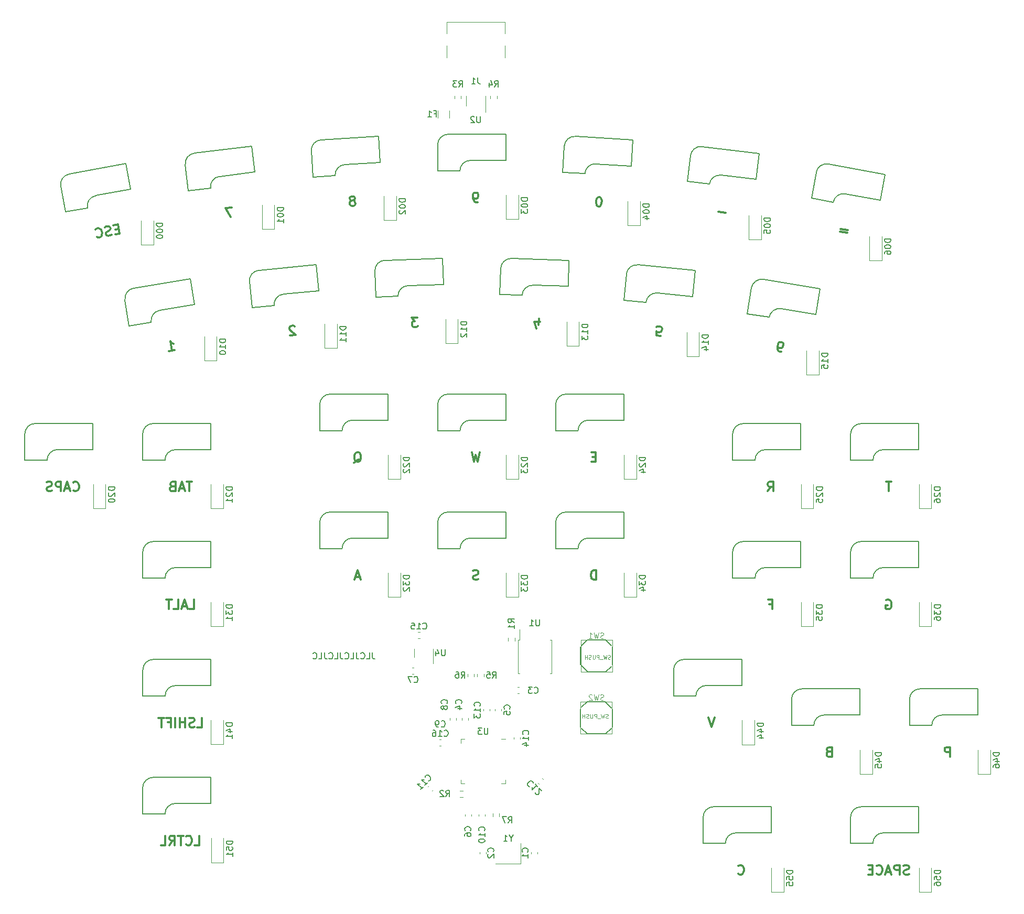
<source format=gbr>
%TF.GenerationSoftware,KiCad,Pcbnew,(6.0.1)*%
%TF.CreationDate,2022-10-10T17:14:27-07:00*%
%TF.ProjectId,StealthPad,53746561-6c74-4685-9061-642e6b696361,rev?*%
%TF.SameCoordinates,Original*%
%TF.FileFunction,Legend,Bot*%
%TF.FilePolarity,Positive*%
%FSLAX46Y46*%
G04 Gerber Fmt 4.6, Leading zero omitted, Abs format (unit mm)*
G04 Created by KiCad (PCBNEW (6.0.1)) date 2022-10-10 17:14:27*
%MOMM*%
%LPD*%
G01*
G04 APERTURE LIST*
%ADD10C,0.150000*%
%ADD11C,0.304800*%
%ADD12C,0.101600*%
%ADD13C,0.076200*%
%ADD14C,0.120000*%
%ADD15C,0.127000*%
%ADD16C,0.066040*%
G04 APERTURE END LIST*
D10*
%TO.C,REF\u002A\u002A*%
X97089047Y-159552380D02*
X97089047Y-160266666D01*
X97136666Y-160409523D01*
X97231904Y-160504761D01*
X97374761Y-160552380D01*
X97470000Y-160552380D01*
X96136666Y-160552380D02*
X96612857Y-160552380D01*
X96612857Y-159552380D01*
X95231904Y-160457142D02*
X95279523Y-160504761D01*
X95422380Y-160552380D01*
X95517619Y-160552380D01*
X95660476Y-160504761D01*
X95755714Y-160409523D01*
X95803333Y-160314285D01*
X95850952Y-160123809D01*
X95850952Y-159980952D01*
X95803333Y-159790476D01*
X95755714Y-159695238D01*
X95660476Y-159600000D01*
X95517619Y-159552380D01*
X95422380Y-159552380D01*
X95279523Y-159600000D01*
X95231904Y-159647619D01*
X94517619Y-159552380D02*
X94517619Y-160266666D01*
X94565238Y-160409523D01*
X94660476Y-160504761D01*
X94803333Y-160552380D01*
X94898571Y-160552380D01*
X93565238Y-160552380D02*
X94041428Y-160552380D01*
X94041428Y-159552380D01*
X92660476Y-160457142D02*
X92708095Y-160504761D01*
X92850952Y-160552380D01*
X92946190Y-160552380D01*
X93089047Y-160504761D01*
X93184285Y-160409523D01*
X93231904Y-160314285D01*
X93279523Y-160123809D01*
X93279523Y-159980952D01*
X93231904Y-159790476D01*
X93184285Y-159695238D01*
X93089047Y-159600000D01*
X92946190Y-159552380D01*
X92850952Y-159552380D01*
X92708095Y-159600000D01*
X92660476Y-159647619D01*
X91946190Y-159552380D02*
X91946190Y-160266666D01*
X91993809Y-160409523D01*
X92089047Y-160504761D01*
X92231904Y-160552380D01*
X92327142Y-160552380D01*
X90993809Y-160552380D02*
X91470000Y-160552380D01*
X91470000Y-159552380D01*
X90089047Y-160457142D02*
X90136666Y-160504761D01*
X90279523Y-160552380D01*
X90374761Y-160552380D01*
X90517619Y-160504761D01*
X90612857Y-160409523D01*
X90660476Y-160314285D01*
X90708095Y-160123809D01*
X90708095Y-159980952D01*
X90660476Y-159790476D01*
X90612857Y-159695238D01*
X90517619Y-159600000D01*
X90374761Y-159552380D01*
X90279523Y-159552380D01*
X90136666Y-159600000D01*
X90089047Y-159647619D01*
X89374761Y-159552380D02*
X89374761Y-160266666D01*
X89422380Y-160409523D01*
X89517619Y-160504761D01*
X89660476Y-160552380D01*
X89755714Y-160552380D01*
X88422380Y-160552380D02*
X88898571Y-160552380D01*
X88898571Y-159552380D01*
X87517619Y-160457142D02*
X87565238Y-160504761D01*
X87708095Y-160552380D01*
X87803333Y-160552380D01*
X87946190Y-160504761D01*
X88041428Y-160409523D01*
X88089047Y-160314285D01*
X88136666Y-160123809D01*
X88136666Y-159980952D01*
X88089047Y-159790476D01*
X88041428Y-159695238D01*
X87946190Y-159600000D01*
X87803333Y-159552380D01*
X87708095Y-159552380D01*
X87565238Y-159600000D01*
X87517619Y-159647619D01*
%TO.C,D12*%
X112352380Y-106065714D02*
X111352380Y-106065714D01*
X111352380Y-106303809D01*
X111400000Y-106446666D01*
X111495238Y-106541904D01*
X111590476Y-106589523D01*
X111780952Y-106637142D01*
X111923809Y-106637142D01*
X112114285Y-106589523D01*
X112209523Y-106541904D01*
X112304761Y-106446666D01*
X112352380Y-106303809D01*
X112352380Y-106065714D01*
X112352380Y-107589523D02*
X112352380Y-107018095D01*
X112352380Y-107303809D02*
X111352380Y-107303809D01*
X111495238Y-107208571D01*
X111590476Y-107113333D01*
X111638095Y-107018095D01*
X111447619Y-107970476D02*
X111400000Y-108018095D01*
X111352380Y-108113333D01*
X111352380Y-108351428D01*
X111400000Y-108446666D01*
X111447619Y-108494285D01*
X111542857Y-108541904D01*
X111638095Y-108541904D01*
X111780952Y-108494285D01*
X112352380Y-107922857D01*
X112352380Y-108541904D01*
D11*
%TO.C,K21*%
X67990571Y-131955428D02*
X67119714Y-131955428D01*
X67555142Y-133479428D02*
X67555142Y-131955428D01*
X66684285Y-133044000D02*
X65958571Y-133044000D01*
X66829428Y-133479428D02*
X66321428Y-131955428D01*
X65813428Y-133479428D01*
X64797428Y-132681142D02*
X64579714Y-132753714D01*
X64507142Y-132826285D01*
X64434571Y-132971428D01*
X64434571Y-133189142D01*
X64507142Y-133334285D01*
X64579714Y-133406857D01*
X64724857Y-133479428D01*
X65305428Y-133479428D01*
X65305428Y-131955428D01*
X64797428Y-131955428D01*
X64652285Y-132028000D01*
X64579714Y-132100571D01*
X64507142Y-132245714D01*
X64507142Y-132390857D01*
X64579714Y-132536000D01*
X64652285Y-132608571D01*
X64797428Y-132681142D01*
X65305428Y-132681142D01*
D10*
%TO.C,C2*%
X116627142Y-191713333D02*
X116674761Y-191665714D01*
X116722380Y-191522857D01*
X116722380Y-191427619D01*
X116674761Y-191284761D01*
X116579523Y-191189523D01*
X116484285Y-191141904D01*
X116293809Y-191094285D01*
X116150952Y-191094285D01*
X115960476Y-191141904D01*
X115865238Y-191189523D01*
X115770000Y-191284761D01*
X115722380Y-191427619D01*
X115722380Y-191522857D01*
X115770000Y-191665714D01*
X115817619Y-191713333D01*
X115817619Y-192094285D02*
X115770000Y-192141904D01*
X115722380Y-192237142D01*
X115722380Y-192475238D01*
X115770000Y-192570476D01*
X115817619Y-192618095D01*
X115912857Y-192665714D01*
X116008095Y-192665714D01*
X116150952Y-192618095D01*
X116722380Y-192046666D01*
X116722380Y-192665714D01*
%TO.C,R6*%
X111446666Y-163642380D02*
X111780000Y-163166190D01*
X112018095Y-163642380D02*
X112018095Y-162642380D01*
X111637142Y-162642380D01*
X111541904Y-162690000D01*
X111494285Y-162737619D01*
X111446666Y-162832857D01*
X111446666Y-162975714D01*
X111494285Y-163070952D01*
X111541904Y-163118571D01*
X111637142Y-163166190D01*
X112018095Y-163166190D01*
X110589523Y-162642380D02*
X110780000Y-162642380D01*
X110875238Y-162690000D01*
X110922857Y-162737619D01*
X111018095Y-162880476D01*
X111065714Y-163070952D01*
X111065714Y-163451904D01*
X111018095Y-163547142D01*
X110970476Y-163594761D01*
X110875238Y-163642380D01*
X110684761Y-163642380D01*
X110589523Y-163594761D01*
X110541904Y-163547142D01*
X110494285Y-163451904D01*
X110494285Y-163213809D01*
X110541904Y-163118571D01*
X110589523Y-163070952D01*
X110684761Y-163023333D01*
X110875238Y-163023333D01*
X110970476Y-163070952D01*
X111018095Y-163118571D01*
X111065714Y-163213809D01*
%TO.C,U4*%
X108831904Y-159052380D02*
X108831904Y-159861904D01*
X108784285Y-159957142D01*
X108736666Y-160004761D01*
X108641428Y-160052380D01*
X108450952Y-160052380D01*
X108355714Y-160004761D01*
X108308095Y-159957142D01*
X108260476Y-159861904D01*
X108260476Y-159052380D01*
X107355714Y-159385714D02*
X107355714Y-160052380D01*
X107593809Y-159004761D02*
X107831904Y-159719047D01*
X107212857Y-159719047D01*
%TO.C,R5*%
X116486666Y-163642380D02*
X116820000Y-163166190D01*
X117058095Y-163642380D02*
X117058095Y-162642380D01*
X116677142Y-162642380D01*
X116581904Y-162690000D01*
X116534285Y-162737619D01*
X116486666Y-162832857D01*
X116486666Y-162975714D01*
X116534285Y-163070952D01*
X116581904Y-163118571D01*
X116677142Y-163166190D01*
X117058095Y-163166190D01*
X115581904Y-162642380D02*
X116058095Y-162642380D01*
X116105714Y-163118571D01*
X116058095Y-163070952D01*
X115962857Y-163023333D01*
X115724761Y-163023333D01*
X115629523Y-163070952D01*
X115581904Y-163118571D01*
X115534285Y-163213809D01*
X115534285Y-163451904D01*
X115581904Y-163547142D01*
X115629523Y-163594761D01*
X115724761Y-163642380D01*
X115962857Y-163642380D01*
X116058095Y-163594761D01*
X116105714Y-163547142D01*
%TO.C,D14*%
X151312380Y-108195714D02*
X150312380Y-108195714D01*
X150312380Y-108433809D01*
X150360000Y-108576666D01*
X150455238Y-108671904D01*
X150550476Y-108719523D01*
X150740952Y-108767142D01*
X150883809Y-108767142D01*
X151074285Y-108719523D01*
X151169523Y-108671904D01*
X151264761Y-108576666D01*
X151312380Y-108433809D01*
X151312380Y-108195714D01*
X151312380Y-109719523D02*
X151312380Y-109148095D01*
X151312380Y-109433809D02*
X150312380Y-109433809D01*
X150455238Y-109338571D01*
X150550476Y-109243333D01*
X150598095Y-109148095D01*
X150645714Y-110576666D02*
X151312380Y-110576666D01*
X150264761Y-110338571D02*
X150979047Y-110100476D01*
X150979047Y-110719523D01*
%TO.C,D26*%
X188802380Y-132805714D02*
X187802380Y-132805714D01*
X187802380Y-133043809D01*
X187850000Y-133186666D01*
X187945238Y-133281904D01*
X188040476Y-133329523D01*
X188230952Y-133377142D01*
X188373809Y-133377142D01*
X188564285Y-133329523D01*
X188659523Y-133281904D01*
X188754761Y-133186666D01*
X188802380Y-133043809D01*
X188802380Y-132805714D01*
X187897619Y-133758095D02*
X187850000Y-133805714D01*
X187802380Y-133900952D01*
X187802380Y-134139047D01*
X187850000Y-134234285D01*
X187897619Y-134281904D01*
X187992857Y-134329523D01*
X188088095Y-134329523D01*
X188230952Y-134281904D01*
X188802380Y-133710476D01*
X188802380Y-134329523D01*
X187802380Y-135186666D02*
X187802380Y-134996190D01*
X187850000Y-134900952D01*
X187897619Y-134853333D01*
X188040476Y-134758095D01*
X188230952Y-134710476D01*
X188611904Y-134710476D01*
X188707142Y-134758095D01*
X188754761Y-134805714D01*
X188802380Y-134900952D01*
X188802380Y-135091428D01*
X188754761Y-135186666D01*
X188707142Y-135234285D01*
X188611904Y-135281904D01*
X188373809Y-135281904D01*
X188278571Y-135234285D01*
X188230952Y-135186666D01*
X188183333Y-135091428D01*
X188183333Y-134900952D01*
X188230952Y-134805714D01*
X188278571Y-134758095D01*
X188373809Y-134710476D01*
%TO.C,U2*%
X114531904Y-72912380D02*
X114531904Y-73721904D01*
X114484285Y-73817142D01*
X114436666Y-73864761D01*
X114341428Y-73912380D01*
X114150952Y-73912380D01*
X114055714Y-73864761D01*
X114008095Y-73817142D01*
X113960476Y-73721904D01*
X113960476Y-72912380D01*
X113531904Y-73007619D02*
X113484285Y-72960000D01*
X113389047Y-72912380D01*
X113150952Y-72912380D01*
X113055714Y-72960000D01*
X113008095Y-73007619D01*
X112960476Y-73102857D01*
X112960476Y-73198095D01*
X113008095Y-73340952D01*
X113579523Y-73912380D01*
X112960476Y-73912380D01*
%TO.C,D24*%
X141182380Y-127995714D02*
X140182380Y-127995714D01*
X140182380Y-128233809D01*
X140230000Y-128376666D01*
X140325238Y-128471904D01*
X140420476Y-128519523D01*
X140610952Y-128567142D01*
X140753809Y-128567142D01*
X140944285Y-128519523D01*
X141039523Y-128471904D01*
X141134761Y-128376666D01*
X141182380Y-128233809D01*
X141182380Y-127995714D01*
X140277619Y-128948095D02*
X140230000Y-128995714D01*
X140182380Y-129090952D01*
X140182380Y-129329047D01*
X140230000Y-129424285D01*
X140277619Y-129471904D01*
X140372857Y-129519523D01*
X140468095Y-129519523D01*
X140610952Y-129471904D01*
X141182380Y-128900476D01*
X141182380Y-129519523D01*
X140515714Y-130376666D02*
X141182380Y-130376666D01*
X140134761Y-130138571D02*
X140849047Y-129900476D01*
X140849047Y-130519523D01*
D11*
%TO.C,K31*%
X67528857Y-152529428D02*
X68254571Y-152529428D01*
X68254571Y-151005428D01*
X67093428Y-152094000D02*
X66367714Y-152094000D01*
X67238571Y-152529428D02*
X66730571Y-151005428D01*
X66222571Y-152529428D01*
X64988857Y-152529428D02*
X65714571Y-152529428D01*
X65714571Y-151005428D01*
X64698571Y-151005428D02*
X63827714Y-151005428D01*
X64263142Y-152529428D02*
X64263142Y-151005428D01*
%TO.C,K02*%
X94007466Y-86483521D02*
X94147907Y-86402224D01*
X94215913Y-86325357D01*
X94279488Y-86176055D01*
X94275058Y-86103619D01*
X94193761Y-85963177D01*
X94116895Y-85895171D01*
X93967592Y-85831596D01*
X93677848Y-85849317D01*
X93537406Y-85930614D01*
X93469401Y-86007481D01*
X93405825Y-86156783D01*
X93410256Y-86229219D01*
X93491552Y-86369661D01*
X93568419Y-86437667D01*
X93717721Y-86501242D01*
X94007466Y-86483521D01*
X94156768Y-86547096D01*
X94233635Y-86615102D01*
X94314931Y-86755543D01*
X94332653Y-87045288D01*
X94269078Y-87194590D01*
X94201072Y-87271457D01*
X94060630Y-87352753D01*
X93770886Y-87370475D01*
X93621583Y-87306900D01*
X93544717Y-87238894D01*
X93463420Y-87098452D01*
X93445699Y-86808708D01*
X93509274Y-86659405D01*
X93577280Y-86582539D01*
X93717721Y-86501242D01*
D12*
%TO.C,SW1*%
X134435333Y-157179833D02*
X134308333Y-157222166D01*
X134096666Y-157222166D01*
X134012000Y-157179833D01*
X133969666Y-157137500D01*
X133927333Y-157052833D01*
X133927333Y-156968166D01*
X133969666Y-156883500D01*
X134012000Y-156841166D01*
X134096666Y-156798833D01*
X134266000Y-156756500D01*
X134350666Y-156714166D01*
X134393000Y-156671833D01*
X134435333Y-156587166D01*
X134435333Y-156502500D01*
X134393000Y-156417833D01*
X134350666Y-156375500D01*
X134266000Y-156333166D01*
X134054333Y-156333166D01*
X133927333Y-156375500D01*
X133631000Y-156333166D02*
X133419333Y-157222166D01*
X133250000Y-156587166D01*
X133080666Y-157222166D01*
X132869000Y-156333166D01*
X132064666Y-157222166D02*
X132572666Y-157222166D01*
X132318666Y-157222166D02*
X132318666Y-156333166D01*
X132403333Y-156460166D01*
X132488000Y-156544833D01*
X132572666Y-156587166D01*
D13*
X135524509Y-160547923D02*
X135433795Y-160578161D01*
X135282604Y-160578161D01*
X135222128Y-160547923D01*
X135191890Y-160517685D01*
X135161652Y-160457209D01*
X135161652Y-160396733D01*
X135191890Y-160336257D01*
X135222128Y-160306019D01*
X135282604Y-160275780D01*
X135403557Y-160245542D01*
X135464033Y-160215304D01*
X135494271Y-160185066D01*
X135524509Y-160124590D01*
X135524509Y-160064114D01*
X135494271Y-160003638D01*
X135464033Y-159973400D01*
X135403557Y-159943161D01*
X135252366Y-159943161D01*
X135161652Y-159973400D01*
X134949985Y-159943161D02*
X134798795Y-160578161D01*
X134677842Y-160124590D01*
X134556890Y-160578161D01*
X134405700Y-159943161D01*
X134314985Y-160638638D02*
X133831176Y-160638638D01*
X133679985Y-160578161D02*
X133679985Y-159943161D01*
X133438080Y-159943161D01*
X133377604Y-159973400D01*
X133347366Y-160003638D01*
X133317128Y-160064114D01*
X133317128Y-160154828D01*
X133347366Y-160215304D01*
X133377604Y-160245542D01*
X133438080Y-160275780D01*
X133679985Y-160275780D01*
X133044985Y-159943161D02*
X133044985Y-160457209D01*
X133014747Y-160517685D01*
X132984509Y-160547923D01*
X132924033Y-160578161D01*
X132803080Y-160578161D01*
X132742604Y-160547923D01*
X132712366Y-160517685D01*
X132682128Y-160457209D01*
X132682128Y-159943161D01*
X132409985Y-160547923D02*
X132319271Y-160578161D01*
X132168080Y-160578161D01*
X132107604Y-160547923D01*
X132077366Y-160517685D01*
X132047128Y-160457209D01*
X132047128Y-160396733D01*
X132077366Y-160336257D01*
X132107604Y-160306019D01*
X132168080Y-160275780D01*
X132289033Y-160245542D01*
X132349509Y-160215304D01*
X132379747Y-160185066D01*
X132409985Y-160124590D01*
X132409985Y-160064114D01*
X132379747Y-160003638D01*
X132349509Y-159973400D01*
X132289033Y-159943161D01*
X132137842Y-159943161D01*
X132047128Y-159973400D01*
X131774985Y-160578161D02*
X131774985Y-159943161D01*
X131774985Y-160245542D02*
X131412128Y-160245542D01*
X131412128Y-160578161D02*
X131412128Y-159943161D01*
D11*
%TO.C,K15*%
X163119760Y-110954867D02*
X162833249Y-110908205D01*
X162701659Y-110813247D01*
X162641697Y-110729954D01*
X162533437Y-110491740D01*
X162508471Y-110193564D01*
X162601793Y-109620542D01*
X162696752Y-109488952D01*
X162780045Y-109428989D01*
X162934966Y-109380692D01*
X163221476Y-109427354D01*
X163353067Y-109522312D01*
X163413029Y-109605605D01*
X163461326Y-109760526D01*
X163403000Y-110118665D01*
X163308041Y-110250255D01*
X163224748Y-110310217D01*
X163069827Y-110358514D01*
X162783316Y-110311853D01*
X162651726Y-110216895D01*
X162591764Y-110133602D01*
X162543467Y-109978681D01*
D10*
%TO.C,D02*%
X102427380Y-86210714D02*
X101427380Y-86210714D01*
X101427380Y-86448809D01*
X101475000Y-86591666D01*
X101570238Y-86686904D01*
X101665476Y-86734523D01*
X101855952Y-86782142D01*
X101998809Y-86782142D01*
X102189285Y-86734523D01*
X102284523Y-86686904D01*
X102379761Y-86591666D01*
X102427380Y-86448809D01*
X102427380Y-86210714D01*
X101427380Y-87401190D02*
X101427380Y-87496428D01*
X101475000Y-87591666D01*
X101522619Y-87639285D01*
X101617857Y-87686904D01*
X101808333Y-87734523D01*
X102046428Y-87734523D01*
X102236904Y-87686904D01*
X102332142Y-87639285D01*
X102379761Y-87591666D01*
X102427380Y-87496428D01*
X102427380Y-87401190D01*
X102379761Y-87305952D01*
X102332142Y-87258333D01*
X102236904Y-87210714D01*
X102046428Y-87163095D01*
X101808333Y-87163095D01*
X101617857Y-87210714D01*
X101522619Y-87258333D01*
X101475000Y-87305952D01*
X101427380Y-87401190D01*
X101522619Y-88115476D02*
X101475000Y-88163095D01*
X101427380Y-88258333D01*
X101427380Y-88496428D01*
X101475000Y-88591666D01*
X101522619Y-88639285D01*
X101617857Y-88686904D01*
X101713095Y-88686904D01*
X101855952Y-88639285D01*
X102427380Y-88067857D01*
X102427380Y-88686904D01*
D11*
%TO.C,K12*%
X104383782Y-105407639D02*
X103440845Y-105438096D01*
X103967323Y-106001965D01*
X103749722Y-106008994D01*
X103606998Y-106086213D01*
X103536807Y-106161089D01*
X103468959Y-106308499D01*
X103480673Y-106671167D01*
X103557893Y-106813892D01*
X103632769Y-106884082D01*
X103780179Y-106951930D01*
X104215381Y-106937873D01*
X104358105Y-106860654D01*
X104428296Y-106785778D01*
D10*
%TO.C,D15*%
X170632380Y-111165714D02*
X169632380Y-111165714D01*
X169632380Y-111403809D01*
X169680000Y-111546666D01*
X169775238Y-111641904D01*
X169870476Y-111689523D01*
X170060952Y-111737142D01*
X170203809Y-111737142D01*
X170394285Y-111689523D01*
X170489523Y-111641904D01*
X170584761Y-111546666D01*
X170632380Y-111403809D01*
X170632380Y-111165714D01*
X170632380Y-112689523D02*
X170632380Y-112118095D01*
X170632380Y-112403809D02*
X169632380Y-112403809D01*
X169775238Y-112308571D01*
X169870476Y-112213333D01*
X169918095Y-112118095D01*
X169632380Y-113594285D02*
X169632380Y-113118095D01*
X170108571Y-113070476D01*
X170060952Y-113118095D01*
X170013333Y-113213333D01*
X170013333Y-113451428D01*
X170060952Y-113546666D01*
X170108571Y-113594285D01*
X170203809Y-113641904D01*
X170441904Y-113641904D01*
X170537142Y-113594285D01*
X170584761Y-113546666D01*
X170632380Y-113451428D01*
X170632380Y-113213333D01*
X170584761Y-113118095D01*
X170537142Y-113070476D01*
D11*
%TO.C,K24*%
X133156571Y-127921142D02*
X132648571Y-127921142D01*
X132430857Y-128719428D02*
X133156571Y-128719428D01*
X133156571Y-127195428D01*
X132430857Y-127195428D01*
D10*
%TO.C,C10*%
X115157142Y-188307142D02*
X115204761Y-188259523D01*
X115252380Y-188116666D01*
X115252380Y-188021428D01*
X115204761Y-187878571D01*
X115109523Y-187783333D01*
X115014285Y-187735714D01*
X114823809Y-187688095D01*
X114680952Y-187688095D01*
X114490476Y-187735714D01*
X114395238Y-187783333D01*
X114300000Y-187878571D01*
X114252380Y-188021428D01*
X114252380Y-188116666D01*
X114300000Y-188259523D01*
X114347619Y-188307142D01*
X115252380Y-189259523D02*
X115252380Y-188688095D01*
X115252380Y-188973809D02*
X114252380Y-188973809D01*
X114395238Y-188878571D01*
X114490476Y-188783333D01*
X114538095Y-188688095D01*
X114252380Y-189878571D02*
X114252380Y-189973809D01*
X114300000Y-190069047D01*
X114347619Y-190116666D01*
X114442857Y-190164285D01*
X114633333Y-190211904D01*
X114871428Y-190211904D01*
X115061904Y-190164285D01*
X115157142Y-190116666D01*
X115204761Y-190069047D01*
X115252380Y-189973809D01*
X115252380Y-189878571D01*
X115204761Y-189783333D01*
X115157142Y-189735714D01*
X115061904Y-189688095D01*
X114871428Y-189640476D01*
X114633333Y-189640476D01*
X114442857Y-189688095D01*
X114347619Y-189735714D01*
X114300000Y-189783333D01*
X114252380Y-189878571D01*
D11*
%TO.C,K00*%
X56121891Y-91073730D02*
X55622398Y-91166306D01*
X55553805Y-91990899D02*
X56267367Y-91858648D01*
X55989640Y-90360168D01*
X55276078Y-90492419D01*
X54969730Y-92025344D02*
X54768887Y-92136375D01*
X54412106Y-92202501D01*
X54256168Y-92157595D01*
X54171587Y-92099463D01*
X54073780Y-91969976D01*
X54047330Y-91827264D01*
X54092236Y-91671326D01*
X54150367Y-91586745D01*
X54279855Y-91488938D01*
X54552055Y-91364682D01*
X54681542Y-91266876D01*
X54739673Y-91182294D01*
X54784579Y-91026357D01*
X54758129Y-90883644D01*
X54660322Y-90754157D01*
X54575741Y-90696026D01*
X54419804Y-90651120D01*
X54063023Y-90717245D01*
X53862179Y-90828277D01*
X52601750Y-92390416D02*
X52686331Y-92448547D01*
X52913625Y-92480228D01*
X53056338Y-92453777D01*
X53257181Y-92342746D01*
X53373443Y-92173583D01*
X53418349Y-92017646D01*
X53436805Y-91718996D01*
X53397130Y-91504927D01*
X53272873Y-91232727D01*
X53175067Y-91103240D01*
X53005904Y-90986978D01*
X52778611Y-90955297D01*
X52635898Y-90981747D01*
X52435055Y-91092779D01*
X52376924Y-91177360D01*
D10*
%TO.C,D20*%
X55462380Y-132775714D02*
X54462380Y-132775714D01*
X54462380Y-133013809D01*
X54510000Y-133156666D01*
X54605238Y-133251904D01*
X54700476Y-133299523D01*
X54890952Y-133347142D01*
X55033809Y-133347142D01*
X55224285Y-133299523D01*
X55319523Y-133251904D01*
X55414761Y-133156666D01*
X55462380Y-133013809D01*
X55462380Y-132775714D01*
X54557619Y-133728095D02*
X54510000Y-133775714D01*
X54462380Y-133870952D01*
X54462380Y-134109047D01*
X54510000Y-134204285D01*
X54557619Y-134251904D01*
X54652857Y-134299523D01*
X54748095Y-134299523D01*
X54890952Y-134251904D01*
X55462380Y-133680476D01*
X55462380Y-134299523D01*
X54462380Y-134918571D02*
X54462380Y-135013809D01*
X54510000Y-135109047D01*
X54557619Y-135156666D01*
X54652857Y-135204285D01*
X54843333Y-135251904D01*
X55081428Y-135251904D01*
X55271904Y-135204285D01*
X55367142Y-135156666D01*
X55414761Y-135109047D01*
X55462380Y-135013809D01*
X55462380Y-134918571D01*
X55414761Y-134823333D01*
X55367142Y-134775714D01*
X55271904Y-134728095D01*
X55081428Y-134680476D01*
X54843333Y-134680476D01*
X54652857Y-134728095D01*
X54557619Y-134775714D01*
X54510000Y-134823333D01*
X54462380Y-134918571D01*
%TO.C,D35*%
X169752380Y-151835714D02*
X168752380Y-151835714D01*
X168752380Y-152073809D01*
X168800000Y-152216666D01*
X168895238Y-152311904D01*
X168990476Y-152359523D01*
X169180952Y-152407142D01*
X169323809Y-152407142D01*
X169514285Y-152359523D01*
X169609523Y-152311904D01*
X169704761Y-152216666D01*
X169752380Y-152073809D01*
X169752380Y-151835714D01*
X168752380Y-152740476D02*
X168752380Y-153359523D01*
X169133333Y-153026190D01*
X169133333Y-153169047D01*
X169180952Y-153264285D01*
X169228571Y-153311904D01*
X169323809Y-153359523D01*
X169561904Y-153359523D01*
X169657142Y-153311904D01*
X169704761Y-153264285D01*
X169752380Y-153169047D01*
X169752380Y-152883333D01*
X169704761Y-152788095D01*
X169657142Y-152740476D01*
X168752380Y-154264285D02*
X168752380Y-153788095D01*
X169228571Y-153740476D01*
X169180952Y-153788095D01*
X169133333Y-153883333D01*
X169133333Y-154121428D01*
X169180952Y-154216666D01*
X169228571Y-154264285D01*
X169323809Y-154311904D01*
X169561904Y-154311904D01*
X169657142Y-154264285D01*
X169704761Y-154216666D01*
X169752380Y-154121428D01*
X169752380Y-153883333D01*
X169704761Y-153788095D01*
X169657142Y-153740476D01*
%TO.C,C7*%
X103816666Y-164287142D02*
X103864285Y-164334761D01*
X104007142Y-164382380D01*
X104102380Y-164382380D01*
X104245238Y-164334761D01*
X104340476Y-164239523D01*
X104388095Y-164144285D01*
X104435714Y-163953809D01*
X104435714Y-163810952D01*
X104388095Y-163620476D01*
X104340476Y-163525238D01*
X104245238Y-163430000D01*
X104102380Y-163382380D01*
X104007142Y-163382380D01*
X103864285Y-163430000D01*
X103816666Y-163477619D01*
X103483333Y-163382380D02*
X102816666Y-163382380D01*
X103245238Y-164382380D01*
D11*
%TO.C,K55*%
X156160785Y-195246785D02*
X156233357Y-195319357D01*
X156451071Y-195391928D01*
X156596214Y-195391928D01*
X156813928Y-195319357D01*
X156959071Y-195174214D01*
X157031642Y-195029071D01*
X157104214Y-194738785D01*
X157104214Y-194521071D01*
X157031642Y-194230785D01*
X156959071Y-194085642D01*
X156813928Y-193940500D01*
X156596214Y-193867928D01*
X156451071Y-193867928D01*
X156233357Y-193940500D01*
X156160785Y-194013071D01*
D10*
%TO.C,C5*%
X119232142Y-168633333D02*
X119279761Y-168585714D01*
X119327380Y-168442857D01*
X119327380Y-168347619D01*
X119279761Y-168204761D01*
X119184523Y-168109523D01*
X119089285Y-168061904D01*
X118898809Y-168014285D01*
X118755952Y-168014285D01*
X118565476Y-168061904D01*
X118470238Y-168109523D01*
X118375000Y-168204761D01*
X118327380Y-168347619D01*
X118327380Y-168442857D01*
X118375000Y-168585714D01*
X118422619Y-168633333D01*
X118327380Y-169538095D02*
X118327380Y-169061904D01*
X118803571Y-169014285D01*
X118755952Y-169061904D01*
X118708333Y-169157142D01*
X118708333Y-169395238D01*
X118755952Y-169490476D01*
X118803571Y-169538095D01*
X118898809Y-169585714D01*
X119136904Y-169585714D01*
X119232142Y-169538095D01*
X119279761Y-169490476D01*
X119327380Y-169395238D01*
X119327380Y-169157142D01*
X119279761Y-169061904D01*
X119232142Y-169014285D01*
%TO.C,D13*%
X131912380Y-106495714D02*
X130912380Y-106495714D01*
X130912380Y-106733809D01*
X130960000Y-106876666D01*
X131055238Y-106971904D01*
X131150476Y-107019523D01*
X131340952Y-107067142D01*
X131483809Y-107067142D01*
X131674285Y-107019523D01*
X131769523Y-106971904D01*
X131864761Y-106876666D01*
X131912380Y-106733809D01*
X131912380Y-106495714D01*
X131912380Y-108019523D02*
X131912380Y-107448095D01*
X131912380Y-107733809D02*
X130912380Y-107733809D01*
X131055238Y-107638571D01*
X131150476Y-107543333D01*
X131198095Y-107448095D01*
X130912380Y-108352857D02*
X130912380Y-108971904D01*
X131293333Y-108638571D01*
X131293333Y-108781428D01*
X131340952Y-108876666D01*
X131388571Y-108924285D01*
X131483809Y-108971904D01*
X131721904Y-108971904D01*
X131817142Y-108924285D01*
X131864761Y-108876666D01*
X131912380Y-108781428D01*
X131912380Y-108495714D01*
X131864761Y-108400476D01*
X131817142Y-108352857D01*
%TO.C,Y1*%
X119476190Y-189501190D02*
X119476190Y-189977380D01*
X119809523Y-188977380D02*
X119476190Y-189501190D01*
X119142857Y-188977380D01*
X118285714Y-189977380D02*
X118857142Y-189977380D01*
X118571428Y-189977380D02*
X118571428Y-188977380D01*
X118666666Y-189120238D01*
X118761904Y-189215476D01*
X118857142Y-189263095D01*
D11*
%TO.C,K06*%
X172631488Y-91512625D02*
X173773188Y-91724227D01*
X173852538Y-91296089D02*
X172710839Y-91084488D01*
D10*
%TO.C,D55*%
X164992380Y-194725714D02*
X163992380Y-194725714D01*
X163992380Y-194963809D01*
X164040000Y-195106666D01*
X164135238Y-195201904D01*
X164230476Y-195249523D01*
X164420952Y-195297142D01*
X164563809Y-195297142D01*
X164754285Y-195249523D01*
X164849523Y-195201904D01*
X164944761Y-195106666D01*
X164992380Y-194963809D01*
X164992380Y-194725714D01*
X163992380Y-196201904D02*
X163992380Y-195725714D01*
X164468571Y-195678095D01*
X164420952Y-195725714D01*
X164373333Y-195820952D01*
X164373333Y-196059047D01*
X164420952Y-196154285D01*
X164468571Y-196201904D01*
X164563809Y-196249523D01*
X164801904Y-196249523D01*
X164897142Y-196201904D01*
X164944761Y-196154285D01*
X164992380Y-196059047D01*
X164992380Y-195820952D01*
X164944761Y-195725714D01*
X164897142Y-195678095D01*
X163992380Y-197154285D02*
X163992380Y-196678095D01*
X164468571Y-196630476D01*
X164420952Y-196678095D01*
X164373333Y-196773333D01*
X164373333Y-197011428D01*
X164420952Y-197106666D01*
X164468571Y-197154285D01*
X164563809Y-197201904D01*
X164801904Y-197201904D01*
X164897142Y-197154285D01*
X164944761Y-197106666D01*
X164992380Y-197011428D01*
X164992380Y-196773333D01*
X164944761Y-196678095D01*
X164897142Y-196630476D01*
D11*
%TO.C,K41*%
X68808857Y-171589428D02*
X69534571Y-171589428D01*
X69534571Y-170065428D01*
X68373428Y-171516857D02*
X68155714Y-171589428D01*
X67792857Y-171589428D01*
X67647714Y-171516857D01*
X67575142Y-171444285D01*
X67502571Y-171299142D01*
X67502571Y-171154000D01*
X67575142Y-171008857D01*
X67647714Y-170936285D01*
X67792857Y-170863714D01*
X68083142Y-170791142D01*
X68228285Y-170718571D01*
X68300857Y-170646000D01*
X68373428Y-170500857D01*
X68373428Y-170355714D01*
X68300857Y-170210571D01*
X68228285Y-170138000D01*
X68083142Y-170065428D01*
X67720285Y-170065428D01*
X67502571Y-170138000D01*
X66849428Y-171589428D02*
X66849428Y-170065428D01*
X66849428Y-170791142D02*
X65978571Y-170791142D01*
X65978571Y-171589428D02*
X65978571Y-170065428D01*
X65252857Y-171589428D02*
X65252857Y-170065428D01*
X64019142Y-170791142D02*
X64527142Y-170791142D01*
X64527142Y-171589428D02*
X64527142Y-170065428D01*
X63801428Y-170065428D01*
X63438571Y-170065428D02*
X62567714Y-170065428D01*
X63003142Y-171589428D02*
X63003142Y-170065428D01*
%TO.C,K36*%
X180060857Y-151078000D02*
X180206000Y-151005428D01*
X180423714Y-151005428D01*
X180641428Y-151078000D01*
X180786571Y-151223142D01*
X180859142Y-151368285D01*
X180931714Y-151658571D01*
X180931714Y-151876285D01*
X180859142Y-152166571D01*
X180786571Y-152311714D01*
X180641428Y-152456857D01*
X180423714Y-152529428D01*
X180278571Y-152529428D01*
X180060857Y-152456857D01*
X179988285Y-152384285D01*
X179988285Y-151876285D01*
X180278571Y-151876285D01*
%TO.C,K26*%
X180895428Y-131955428D02*
X180024571Y-131955428D01*
X180460000Y-133479428D02*
X180460000Y-131955428D01*
D10*
%TO.C,C1*%
X122167142Y-191743333D02*
X122214761Y-191695714D01*
X122262380Y-191552857D01*
X122262380Y-191457619D01*
X122214761Y-191314761D01*
X122119523Y-191219523D01*
X122024285Y-191171904D01*
X121833809Y-191124285D01*
X121690952Y-191124285D01*
X121500476Y-191171904D01*
X121405238Y-191219523D01*
X121310000Y-191314761D01*
X121262380Y-191457619D01*
X121262380Y-191552857D01*
X121310000Y-191695714D01*
X121357619Y-191743333D01*
X122262380Y-192695714D02*
X122262380Y-192124285D01*
X122262380Y-192410000D02*
X121262380Y-192410000D01*
X121405238Y-192314761D01*
X121500476Y-192219523D01*
X121548095Y-192124285D01*
D11*
%TO.C,K51*%
X68389714Y-190639428D02*
X69115428Y-190639428D01*
X69115428Y-189115428D01*
X67010857Y-190494285D02*
X67083428Y-190566857D01*
X67301142Y-190639428D01*
X67446285Y-190639428D01*
X67664000Y-190566857D01*
X67809142Y-190421714D01*
X67881714Y-190276571D01*
X67954285Y-189986285D01*
X67954285Y-189768571D01*
X67881714Y-189478285D01*
X67809142Y-189333142D01*
X67664000Y-189188000D01*
X67446285Y-189115428D01*
X67301142Y-189115428D01*
X67083428Y-189188000D01*
X67010857Y-189260571D01*
X66575428Y-189115428D02*
X65704571Y-189115428D01*
X66140000Y-190639428D02*
X66140000Y-189115428D01*
X64325714Y-190639428D02*
X64833714Y-189913714D01*
X65196571Y-190639428D02*
X65196571Y-189115428D01*
X64616000Y-189115428D01*
X64470857Y-189188000D01*
X64398285Y-189260571D01*
X64325714Y-189405714D01*
X64325714Y-189623428D01*
X64398285Y-189768571D01*
X64470857Y-189841142D01*
X64616000Y-189913714D01*
X65196571Y-189913714D01*
X62946857Y-190639428D02*
X63672571Y-190639428D01*
X63672571Y-189115428D01*
D10*
%TO.C,D33*%
X122142380Y-147095714D02*
X121142380Y-147095714D01*
X121142380Y-147333809D01*
X121190000Y-147476666D01*
X121285238Y-147571904D01*
X121380476Y-147619523D01*
X121570952Y-147667142D01*
X121713809Y-147667142D01*
X121904285Y-147619523D01*
X121999523Y-147571904D01*
X122094761Y-147476666D01*
X122142380Y-147333809D01*
X122142380Y-147095714D01*
X121142380Y-148000476D02*
X121142380Y-148619523D01*
X121523333Y-148286190D01*
X121523333Y-148429047D01*
X121570952Y-148524285D01*
X121618571Y-148571904D01*
X121713809Y-148619523D01*
X121951904Y-148619523D01*
X122047142Y-148571904D01*
X122094761Y-148524285D01*
X122142380Y-148429047D01*
X122142380Y-148143333D01*
X122094761Y-148048095D01*
X122047142Y-148000476D01*
X121142380Y-148952857D02*
X121142380Y-149571904D01*
X121523333Y-149238571D01*
X121523333Y-149381428D01*
X121570952Y-149476666D01*
X121618571Y-149524285D01*
X121713809Y-149571904D01*
X121951904Y-149571904D01*
X122047142Y-149524285D01*
X122094761Y-149476666D01*
X122142380Y-149381428D01*
X122142380Y-149095714D01*
X122094761Y-149000476D01*
X122047142Y-148952857D01*
%TO.C,D45*%
X179292380Y-175685714D02*
X178292380Y-175685714D01*
X178292380Y-175923809D01*
X178340000Y-176066666D01*
X178435238Y-176161904D01*
X178530476Y-176209523D01*
X178720952Y-176257142D01*
X178863809Y-176257142D01*
X179054285Y-176209523D01*
X179149523Y-176161904D01*
X179244761Y-176066666D01*
X179292380Y-175923809D01*
X179292380Y-175685714D01*
X178625714Y-177114285D02*
X179292380Y-177114285D01*
X178244761Y-176876190D02*
X178959047Y-176638095D01*
X178959047Y-177257142D01*
X178292380Y-178114285D02*
X178292380Y-177638095D01*
X178768571Y-177590476D01*
X178720952Y-177638095D01*
X178673333Y-177733333D01*
X178673333Y-177971428D01*
X178720952Y-178066666D01*
X178768571Y-178114285D01*
X178863809Y-178161904D01*
X179101904Y-178161904D01*
X179197142Y-178114285D01*
X179244761Y-178066666D01*
X179292380Y-177971428D01*
X179292380Y-177733333D01*
X179244761Y-177638095D01*
X179197142Y-177590476D01*
D11*
%TO.C,K44*%
X152378000Y-170055428D02*
X151870000Y-171579428D01*
X151362000Y-170055428D01*
%TO.C,K22*%
X94149428Y-128864571D02*
X94294571Y-128792000D01*
X94439714Y-128646857D01*
X94657428Y-128429142D01*
X94802571Y-128356571D01*
X94947714Y-128356571D01*
X94875142Y-128719428D02*
X95020285Y-128646857D01*
X95165428Y-128501714D01*
X95238000Y-128211428D01*
X95238000Y-127703428D01*
X95165428Y-127413142D01*
X95020285Y-127268000D01*
X94875142Y-127195428D01*
X94584857Y-127195428D01*
X94439714Y-127268000D01*
X94294571Y-127413142D01*
X94222000Y-127703428D01*
X94222000Y-128211428D01*
X94294571Y-128501714D01*
X94439714Y-128646857D01*
X94584857Y-128719428D01*
X94875142Y-128719428D01*
%TO.C,K56*%
X183747000Y-195319357D02*
X183529285Y-195391928D01*
X183166428Y-195391928D01*
X183021285Y-195319357D01*
X182948714Y-195246785D01*
X182876142Y-195101642D01*
X182876142Y-194956500D01*
X182948714Y-194811357D01*
X183021285Y-194738785D01*
X183166428Y-194666214D01*
X183456714Y-194593642D01*
X183601857Y-194521071D01*
X183674428Y-194448500D01*
X183747000Y-194303357D01*
X183747000Y-194158214D01*
X183674428Y-194013071D01*
X183601857Y-193940500D01*
X183456714Y-193867928D01*
X183093857Y-193867928D01*
X182876142Y-193940500D01*
X182223000Y-195391928D02*
X182223000Y-193867928D01*
X181642428Y-193867928D01*
X181497285Y-193940500D01*
X181424714Y-194013071D01*
X181352142Y-194158214D01*
X181352142Y-194375928D01*
X181424714Y-194521071D01*
X181497285Y-194593642D01*
X181642428Y-194666214D01*
X182223000Y-194666214D01*
X180771571Y-194956500D02*
X180045857Y-194956500D01*
X180916714Y-195391928D02*
X180408714Y-193867928D01*
X179900714Y-195391928D01*
X178521857Y-195246785D02*
X178594428Y-195319357D01*
X178812142Y-195391928D01*
X178957285Y-195391928D01*
X179175000Y-195319357D01*
X179320142Y-195174214D01*
X179392714Y-195029071D01*
X179465285Y-194738785D01*
X179465285Y-194521071D01*
X179392714Y-194230785D01*
X179320142Y-194085642D01*
X179175000Y-193940500D01*
X178957285Y-193867928D01*
X178812142Y-193867928D01*
X178594428Y-193940500D01*
X178521857Y-194013071D01*
X177868714Y-194593642D02*
X177360714Y-194593642D01*
X177143000Y-195391928D02*
X177868714Y-195391928D01*
X177868714Y-193867928D01*
X177143000Y-193867928D01*
D10*
%TO.C,D00*%
X63227380Y-90160714D02*
X62227380Y-90160714D01*
X62227380Y-90398809D01*
X62275000Y-90541666D01*
X62370238Y-90636904D01*
X62465476Y-90684523D01*
X62655952Y-90732142D01*
X62798809Y-90732142D01*
X62989285Y-90684523D01*
X63084523Y-90636904D01*
X63179761Y-90541666D01*
X63227380Y-90398809D01*
X63227380Y-90160714D01*
X62227380Y-91351190D02*
X62227380Y-91446428D01*
X62275000Y-91541666D01*
X62322619Y-91589285D01*
X62417857Y-91636904D01*
X62608333Y-91684523D01*
X62846428Y-91684523D01*
X63036904Y-91636904D01*
X63132142Y-91589285D01*
X63179761Y-91541666D01*
X63227380Y-91446428D01*
X63227380Y-91351190D01*
X63179761Y-91255952D01*
X63132142Y-91208333D01*
X63036904Y-91160714D01*
X62846428Y-91113095D01*
X62608333Y-91113095D01*
X62417857Y-91160714D01*
X62322619Y-91208333D01*
X62275000Y-91255952D01*
X62227380Y-91351190D01*
X62227380Y-92303571D02*
X62227380Y-92398809D01*
X62275000Y-92494047D01*
X62322619Y-92541666D01*
X62417857Y-92589285D01*
X62608333Y-92636904D01*
X62846428Y-92636904D01*
X63036904Y-92589285D01*
X63132142Y-92541666D01*
X63179761Y-92494047D01*
X63227380Y-92398809D01*
X63227380Y-92303571D01*
X63179761Y-92208333D01*
X63132142Y-92160714D01*
X63036904Y-92113095D01*
X62846428Y-92065476D01*
X62608333Y-92065476D01*
X62417857Y-92113095D01*
X62322619Y-92160714D01*
X62275000Y-92208333D01*
X62227380Y-92303571D01*
%TO.C,D34*%
X141182380Y-147065714D02*
X140182380Y-147065714D01*
X140182380Y-147303809D01*
X140230000Y-147446666D01*
X140325238Y-147541904D01*
X140420476Y-147589523D01*
X140610952Y-147637142D01*
X140753809Y-147637142D01*
X140944285Y-147589523D01*
X141039523Y-147541904D01*
X141134761Y-147446666D01*
X141182380Y-147303809D01*
X141182380Y-147065714D01*
X140182380Y-147970476D02*
X140182380Y-148589523D01*
X140563333Y-148256190D01*
X140563333Y-148399047D01*
X140610952Y-148494285D01*
X140658571Y-148541904D01*
X140753809Y-148589523D01*
X140991904Y-148589523D01*
X141087142Y-148541904D01*
X141134761Y-148494285D01*
X141182380Y-148399047D01*
X141182380Y-148113333D01*
X141134761Y-148018095D01*
X141087142Y-147970476D01*
X140515714Y-149446666D02*
X141182380Y-149446666D01*
X140134761Y-149208571D02*
X140849047Y-148970476D01*
X140849047Y-149589523D01*
%TO.C,R3*%
X111066666Y-68162380D02*
X111400000Y-67686190D01*
X111638095Y-68162380D02*
X111638095Y-67162380D01*
X111257142Y-67162380D01*
X111161904Y-67210000D01*
X111114285Y-67257619D01*
X111066666Y-67352857D01*
X111066666Y-67495714D01*
X111114285Y-67590952D01*
X111161904Y-67638571D01*
X111257142Y-67686190D01*
X111638095Y-67686190D01*
X110733333Y-67162380D02*
X110114285Y-67162380D01*
X110447619Y-67543333D01*
X110304761Y-67543333D01*
X110209523Y-67590952D01*
X110161904Y-67638571D01*
X110114285Y-67733809D01*
X110114285Y-67971904D01*
X110161904Y-68067142D01*
X110209523Y-68114761D01*
X110304761Y-68162380D01*
X110590476Y-68162380D01*
X110685714Y-68114761D01*
X110733333Y-68067142D01*
%TO.C,D21*%
X74492380Y-132775714D02*
X73492380Y-132775714D01*
X73492380Y-133013809D01*
X73540000Y-133156666D01*
X73635238Y-133251904D01*
X73730476Y-133299523D01*
X73920952Y-133347142D01*
X74063809Y-133347142D01*
X74254285Y-133299523D01*
X74349523Y-133251904D01*
X74444761Y-133156666D01*
X74492380Y-133013809D01*
X74492380Y-132775714D01*
X73587619Y-133728095D02*
X73540000Y-133775714D01*
X73492380Y-133870952D01*
X73492380Y-134109047D01*
X73540000Y-134204285D01*
X73587619Y-134251904D01*
X73682857Y-134299523D01*
X73778095Y-134299523D01*
X73920952Y-134251904D01*
X74492380Y-133680476D01*
X74492380Y-134299523D01*
X74492380Y-135251904D02*
X74492380Y-134680476D01*
X74492380Y-134966190D02*
X73492380Y-134966190D01*
X73635238Y-134870952D01*
X73730476Y-134775714D01*
X73778095Y-134680476D01*
%TO.C,C4*%
X111432142Y-167758333D02*
X111479761Y-167710714D01*
X111527380Y-167567857D01*
X111527380Y-167472619D01*
X111479761Y-167329761D01*
X111384523Y-167234523D01*
X111289285Y-167186904D01*
X111098809Y-167139285D01*
X110955952Y-167139285D01*
X110765476Y-167186904D01*
X110670238Y-167234523D01*
X110575000Y-167329761D01*
X110527380Y-167472619D01*
X110527380Y-167567857D01*
X110575000Y-167710714D01*
X110622619Y-167758333D01*
X110860714Y-168615476D02*
X111527380Y-168615476D01*
X110479761Y-168377380D02*
X111194047Y-168139285D01*
X111194047Y-168758333D01*
%TO.C,D46*%
X198332380Y-175685714D02*
X197332380Y-175685714D01*
X197332380Y-175923809D01*
X197380000Y-176066666D01*
X197475238Y-176161904D01*
X197570476Y-176209523D01*
X197760952Y-176257142D01*
X197903809Y-176257142D01*
X198094285Y-176209523D01*
X198189523Y-176161904D01*
X198284761Y-176066666D01*
X198332380Y-175923809D01*
X198332380Y-175685714D01*
X197665714Y-177114285D02*
X198332380Y-177114285D01*
X197284761Y-176876190D02*
X197999047Y-176638095D01*
X197999047Y-177257142D01*
X197332380Y-178066666D02*
X197332380Y-177876190D01*
X197380000Y-177780952D01*
X197427619Y-177733333D01*
X197570476Y-177638095D01*
X197760952Y-177590476D01*
X198141904Y-177590476D01*
X198237142Y-177638095D01*
X198284761Y-177685714D01*
X198332380Y-177780952D01*
X198332380Y-177971428D01*
X198284761Y-178066666D01*
X198237142Y-178114285D01*
X198141904Y-178161904D01*
X197903809Y-178161904D01*
X197808571Y-178114285D01*
X197760952Y-178066666D01*
X197713333Y-177971428D01*
X197713333Y-177780952D01*
X197760952Y-177685714D01*
X197808571Y-177638095D01*
X197903809Y-177590476D01*
D11*
%TO.C,K20*%
X48779142Y-133324285D02*
X48851714Y-133396857D01*
X49069428Y-133469428D01*
X49214571Y-133469428D01*
X49432285Y-133396857D01*
X49577428Y-133251714D01*
X49650000Y-133106571D01*
X49722571Y-132816285D01*
X49722571Y-132598571D01*
X49650000Y-132308285D01*
X49577428Y-132163142D01*
X49432285Y-132018000D01*
X49214571Y-131945428D01*
X49069428Y-131945428D01*
X48851714Y-132018000D01*
X48779142Y-132090571D01*
X48198571Y-133034000D02*
X47472857Y-133034000D01*
X48343714Y-133469428D02*
X47835714Y-131945428D01*
X47327714Y-133469428D01*
X46819714Y-133469428D02*
X46819714Y-131945428D01*
X46239142Y-131945428D01*
X46094000Y-132018000D01*
X46021428Y-132090571D01*
X45948857Y-132235714D01*
X45948857Y-132453428D01*
X46021428Y-132598571D01*
X46094000Y-132671142D01*
X46239142Y-132743714D01*
X46819714Y-132743714D01*
X45368285Y-133396857D02*
X45150571Y-133469428D01*
X44787714Y-133469428D01*
X44642571Y-133396857D01*
X44570000Y-133324285D01*
X44497428Y-133179142D01*
X44497428Y-133034000D01*
X44570000Y-132888857D01*
X44642571Y-132816285D01*
X44787714Y-132743714D01*
X45078000Y-132671142D01*
X45223142Y-132598571D01*
X45295714Y-132526000D01*
X45368285Y-132380857D01*
X45368285Y-132235714D01*
X45295714Y-132090571D01*
X45223142Y-132018000D01*
X45078000Y-131945428D01*
X44715142Y-131945428D01*
X44497428Y-132018000D01*
D10*
%TO.C,C9*%
X108216666Y-171452142D02*
X108264285Y-171499761D01*
X108407142Y-171547380D01*
X108502380Y-171547380D01*
X108645238Y-171499761D01*
X108740476Y-171404523D01*
X108788095Y-171309285D01*
X108835714Y-171118809D01*
X108835714Y-170975952D01*
X108788095Y-170785476D01*
X108740476Y-170690238D01*
X108645238Y-170595000D01*
X108502380Y-170547380D01*
X108407142Y-170547380D01*
X108264285Y-170595000D01*
X108216666Y-170642619D01*
X107740476Y-171547380D02*
X107550000Y-171547380D01*
X107454761Y-171499761D01*
X107407142Y-171452142D01*
X107311904Y-171309285D01*
X107264285Y-171118809D01*
X107264285Y-170737857D01*
X107311904Y-170642619D01*
X107359523Y-170595000D01*
X107454761Y-170547380D01*
X107645238Y-170547380D01*
X107740476Y-170595000D01*
X107788095Y-170642619D01*
X107835714Y-170737857D01*
X107835714Y-170975952D01*
X107788095Y-171071190D01*
X107740476Y-171118809D01*
X107645238Y-171166428D01*
X107454761Y-171166428D01*
X107359523Y-171118809D01*
X107311904Y-171071190D01*
X107264285Y-170975952D01*
%TO.C,D51*%
X74512380Y-189965714D02*
X73512380Y-189965714D01*
X73512380Y-190203809D01*
X73560000Y-190346666D01*
X73655238Y-190441904D01*
X73750476Y-190489523D01*
X73940952Y-190537142D01*
X74083809Y-190537142D01*
X74274285Y-190489523D01*
X74369523Y-190441904D01*
X74464761Y-190346666D01*
X74512380Y-190203809D01*
X74512380Y-189965714D01*
X73512380Y-191441904D02*
X73512380Y-190965714D01*
X73988571Y-190918095D01*
X73940952Y-190965714D01*
X73893333Y-191060952D01*
X73893333Y-191299047D01*
X73940952Y-191394285D01*
X73988571Y-191441904D01*
X74083809Y-191489523D01*
X74321904Y-191489523D01*
X74417142Y-191441904D01*
X74464761Y-191394285D01*
X74512380Y-191299047D01*
X74512380Y-191060952D01*
X74464761Y-190965714D01*
X74417142Y-190918095D01*
X74512380Y-192441904D02*
X74512380Y-191870476D01*
X74512380Y-192156190D02*
X73512380Y-192156190D01*
X73655238Y-192060952D01*
X73750476Y-191965714D01*
X73798095Y-191870476D01*
%TO.C,C15*%
X105242857Y-155652142D02*
X105290476Y-155699761D01*
X105433333Y-155747380D01*
X105528571Y-155747380D01*
X105671428Y-155699761D01*
X105766666Y-155604523D01*
X105814285Y-155509285D01*
X105861904Y-155318809D01*
X105861904Y-155175952D01*
X105814285Y-154985476D01*
X105766666Y-154890238D01*
X105671428Y-154795000D01*
X105528571Y-154747380D01*
X105433333Y-154747380D01*
X105290476Y-154795000D01*
X105242857Y-154842619D01*
X104290476Y-155747380D02*
X104861904Y-155747380D01*
X104576190Y-155747380D02*
X104576190Y-154747380D01*
X104671428Y-154890238D01*
X104766666Y-154985476D01*
X104861904Y-155033095D01*
X103385714Y-154747380D02*
X103861904Y-154747380D01*
X103909523Y-155223571D01*
X103861904Y-155175952D01*
X103766666Y-155128333D01*
X103528571Y-155128333D01*
X103433333Y-155175952D01*
X103385714Y-155223571D01*
X103338095Y-155318809D01*
X103338095Y-155556904D01*
X103385714Y-155652142D01*
X103433333Y-155699761D01*
X103528571Y-155747380D01*
X103766666Y-155747380D01*
X103861904Y-155699761D01*
X103909523Y-155652142D01*
%TO.C,R1*%
X120022380Y-154713333D02*
X119546190Y-154380000D01*
X120022380Y-154141904D02*
X119022380Y-154141904D01*
X119022380Y-154522857D01*
X119070000Y-154618095D01*
X119117619Y-154665714D01*
X119212857Y-154713333D01*
X119355714Y-154713333D01*
X119450952Y-154665714D01*
X119498571Y-154618095D01*
X119546190Y-154522857D01*
X119546190Y-154141904D01*
X120022380Y-155665714D02*
X120022380Y-155094285D01*
X120022380Y-155380000D02*
X119022380Y-155380000D01*
X119165238Y-155284761D01*
X119260476Y-155189523D01*
X119308095Y-155094285D01*
%TO.C,C11*%
X106170943Y-180236806D02*
X106238287Y-180236806D01*
X106372974Y-180169462D01*
X106440317Y-180102119D01*
X106507661Y-179967432D01*
X106507661Y-179832745D01*
X106473989Y-179731730D01*
X106372974Y-179563371D01*
X106271959Y-179462356D01*
X106103600Y-179361340D01*
X106002585Y-179327669D01*
X105867898Y-179327669D01*
X105733211Y-179395012D01*
X105665867Y-179462356D01*
X105598524Y-179597043D01*
X105598524Y-179664386D01*
X105564852Y-180977585D02*
X105968913Y-180573524D01*
X105766882Y-180775554D02*
X105059775Y-180068447D01*
X105228134Y-180102119D01*
X105362821Y-180102119D01*
X105463836Y-180068447D01*
X104891417Y-181651020D02*
X105295478Y-181246959D01*
X105093447Y-181448989D02*
X104386340Y-180741882D01*
X104554699Y-180775554D01*
X104689386Y-180775554D01*
X104790401Y-180741882D01*
%TO.C,D22*%
X103072380Y-127995714D02*
X102072380Y-127995714D01*
X102072380Y-128233809D01*
X102120000Y-128376666D01*
X102215238Y-128471904D01*
X102310476Y-128519523D01*
X102500952Y-128567142D01*
X102643809Y-128567142D01*
X102834285Y-128519523D01*
X102929523Y-128471904D01*
X103024761Y-128376666D01*
X103072380Y-128233809D01*
X103072380Y-127995714D01*
X102167619Y-128948095D02*
X102120000Y-128995714D01*
X102072380Y-129090952D01*
X102072380Y-129329047D01*
X102120000Y-129424285D01*
X102167619Y-129471904D01*
X102262857Y-129519523D01*
X102358095Y-129519523D01*
X102500952Y-129471904D01*
X103072380Y-128900476D01*
X103072380Y-129519523D01*
X102167619Y-129900476D02*
X102120000Y-129948095D01*
X102072380Y-130043333D01*
X102072380Y-130281428D01*
X102120000Y-130376666D01*
X102167619Y-130424285D01*
X102262857Y-130471904D01*
X102358095Y-130471904D01*
X102500952Y-130424285D01*
X103072380Y-129852857D01*
X103072380Y-130471904D01*
%TO.C,D31*%
X74492380Y-151835714D02*
X73492380Y-151835714D01*
X73492380Y-152073809D01*
X73540000Y-152216666D01*
X73635238Y-152311904D01*
X73730476Y-152359523D01*
X73920952Y-152407142D01*
X74063809Y-152407142D01*
X74254285Y-152359523D01*
X74349523Y-152311904D01*
X74444761Y-152216666D01*
X74492380Y-152073809D01*
X74492380Y-151835714D01*
X73492380Y-152740476D02*
X73492380Y-153359523D01*
X73873333Y-153026190D01*
X73873333Y-153169047D01*
X73920952Y-153264285D01*
X73968571Y-153311904D01*
X74063809Y-153359523D01*
X74301904Y-153359523D01*
X74397142Y-153311904D01*
X74444761Y-153264285D01*
X74492380Y-153169047D01*
X74492380Y-152883333D01*
X74444761Y-152788095D01*
X74397142Y-152740476D01*
X74492380Y-154311904D02*
X74492380Y-153740476D01*
X74492380Y-154026190D02*
X73492380Y-154026190D01*
X73635238Y-153930952D01*
X73730476Y-153835714D01*
X73778095Y-153740476D01*
D11*
%TO.C,K10*%
X64263653Y-110824942D02*
X65123185Y-110684958D01*
X64693419Y-110754950D02*
X64448447Y-109250768D01*
X64626699Y-109442320D01*
X64793285Y-109562245D01*
X64948206Y-109610542D01*
%TO.C,K04*%
X133552944Y-87482056D02*
X133697816Y-87490917D01*
X133847119Y-87427341D01*
X133923985Y-87359336D01*
X134005282Y-87218894D01*
X134095440Y-86933580D01*
X134117591Y-86571400D01*
X134062877Y-86277225D01*
X133999302Y-86127923D01*
X133931296Y-86051056D01*
X133790854Y-85969759D01*
X133645982Y-85960898D01*
X133496680Y-86024474D01*
X133419813Y-86092479D01*
X133338516Y-86232921D01*
X133248359Y-86518235D01*
X133226207Y-86880415D01*
X133280921Y-87174590D01*
X133344497Y-87323893D01*
X133412502Y-87400759D01*
X133552944Y-87482056D01*
D10*
%TO.C,U1*%
X124081904Y-154222380D02*
X124081904Y-155031904D01*
X124034285Y-155127142D01*
X123986666Y-155174761D01*
X123891428Y-155222380D01*
X123700952Y-155222380D01*
X123605714Y-155174761D01*
X123558095Y-155127142D01*
X123510476Y-155031904D01*
X123510476Y-154222380D01*
X122510476Y-155222380D02*
X123081904Y-155222380D01*
X122796190Y-155222380D02*
X122796190Y-154222380D01*
X122891428Y-154365238D01*
X122986666Y-154460476D01*
X123081904Y-154508095D01*
D11*
%TO.C,K11*%
X84545209Y-106825284D02*
X84465959Y-106760071D01*
X84314478Y-106701877D01*
X83953322Y-106736971D01*
X83815878Y-106823239D01*
X83750666Y-106902489D01*
X83692472Y-107053970D01*
X83706509Y-107198433D01*
X83799797Y-107408108D01*
X84750796Y-108190658D01*
X83811790Y-108281901D01*
%TO.C,K33*%
X114215428Y-147696857D02*
X113997714Y-147769428D01*
X113634857Y-147769428D01*
X113489714Y-147696857D01*
X113417142Y-147624285D01*
X113344571Y-147479142D01*
X113344571Y-147334000D01*
X113417142Y-147188857D01*
X113489714Y-147116285D01*
X113634857Y-147043714D01*
X113925142Y-146971142D01*
X114070285Y-146898571D01*
X114142857Y-146826000D01*
X114215428Y-146680857D01*
X114215428Y-146535714D01*
X114142857Y-146390571D01*
X114070285Y-146318000D01*
X113925142Y-146245428D01*
X113562285Y-146245428D01*
X113344571Y-146318000D01*
D10*
%TO.C,D04*%
X141802380Y-87060714D02*
X140802380Y-87060714D01*
X140802380Y-87298809D01*
X140850000Y-87441666D01*
X140945238Y-87536904D01*
X141040476Y-87584523D01*
X141230952Y-87632142D01*
X141373809Y-87632142D01*
X141564285Y-87584523D01*
X141659523Y-87536904D01*
X141754761Y-87441666D01*
X141802380Y-87298809D01*
X141802380Y-87060714D01*
X140802380Y-88251190D02*
X140802380Y-88346428D01*
X140850000Y-88441666D01*
X140897619Y-88489285D01*
X140992857Y-88536904D01*
X141183333Y-88584523D01*
X141421428Y-88584523D01*
X141611904Y-88536904D01*
X141707142Y-88489285D01*
X141754761Y-88441666D01*
X141802380Y-88346428D01*
X141802380Y-88251190D01*
X141754761Y-88155952D01*
X141707142Y-88108333D01*
X141611904Y-88060714D01*
X141421428Y-88013095D01*
X141183333Y-88013095D01*
X140992857Y-88060714D01*
X140897619Y-88108333D01*
X140850000Y-88155952D01*
X140802380Y-88251190D01*
X141135714Y-89441666D02*
X141802380Y-89441666D01*
X140754761Y-89203571D02*
X141469047Y-88965476D01*
X141469047Y-89584523D01*
%TO.C,R7*%
X119041666Y-187052380D02*
X119375000Y-186576190D01*
X119613095Y-187052380D02*
X119613095Y-186052380D01*
X119232142Y-186052380D01*
X119136904Y-186100000D01*
X119089285Y-186147619D01*
X119041666Y-186242857D01*
X119041666Y-186385714D01*
X119089285Y-186480952D01*
X119136904Y-186528571D01*
X119232142Y-186576190D01*
X119613095Y-186576190D01*
X118708333Y-186052380D02*
X118041666Y-186052380D01*
X118470238Y-187052380D01*
%TO.C,D23*%
X122142380Y-127995714D02*
X121142380Y-127995714D01*
X121142380Y-128233809D01*
X121190000Y-128376666D01*
X121285238Y-128471904D01*
X121380476Y-128519523D01*
X121570952Y-128567142D01*
X121713809Y-128567142D01*
X121904285Y-128519523D01*
X121999523Y-128471904D01*
X122094761Y-128376666D01*
X122142380Y-128233809D01*
X122142380Y-127995714D01*
X121237619Y-128948095D02*
X121190000Y-128995714D01*
X121142380Y-129090952D01*
X121142380Y-129329047D01*
X121190000Y-129424285D01*
X121237619Y-129471904D01*
X121332857Y-129519523D01*
X121428095Y-129519523D01*
X121570952Y-129471904D01*
X122142380Y-128900476D01*
X122142380Y-129519523D01*
X121142380Y-129852857D02*
X121142380Y-130471904D01*
X121523333Y-130138571D01*
X121523333Y-130281428D01*
X121570952Y-130376666D01*
X121618571Y-130424285D01*
X121713809Y-130471904D01*
X121951904Y-130471904D01*
X122047142Y-130424285D01*
X122094761Y-130376666D01*
X122142380Y-130281428D01*
X122142380Y-129995714D01*
X122094761Y-129900476D01*
X122047142Y-129852857D01*
D11*
%TO.C,K03*%
X114060285Y-86749428D02*
X113770000Y-86749428D01*
X113624857Y-86676857D01*
X113552285Y-86604285D01*
X113407142Y-86386571D01*
X113334571Y-86096285D01*
X113334571Y-85515714D01*
X113407142Y-85370571D01*
X113479714Y-85298000D01*
X113624857Y-85225428D01*
X113915142Y-85225428D01*
X114060285Y-85298000D01*
X114132857Y-85370571D01*
X114205428Y-85515714D01*
X114205428Y-85878571D01*
X114132857Y-86023714D01*
X114060285Y-86096285D01*
X113915142Y-86168857D01*
X113624857Y-86168857D01*
X113479714Y-86096285D01*
X113407142Y-86023714D01*
X113334571Y-85878571D01*
D10*
%TO.C,F1*%
X107088333Y-72463571D02*
X107421666Y-72463571D01*
X107421666Y-72987380D02*
X107421666Y-71987380D01*
X106945476Y-71987380D01*
X106040714Y-72987380D02*
X106612142Y-72987380D01*
X106326428Y-72987380D02*
X106326428Y-71987380D01*
X106421666Y-72130238D01*
X106516904Y-72225476D01*
X106612142Y-72273095D01*
D11*
%TO.C,K23*%
X114433142Y-127195428D02*
X114070285Y-128719428D01*
X113780000Y-127630857D01*
X113489714Y-128719428D01*
X113126857Y-127195428D01*
%TO.C,K32*%
X95092857Y-147334000D02*
X94367142Y-147334000D01*
X95238000Y-147769428D02*
X94730000Y-146245428D01*
X94222000Y-147769428D01*
%TO.C,K46*%
X190369142Y-176341928D02*
X190369142Y-174817928D01*
X189788571Y-174817928D01*
X189643428Y-174890500D01*
X189570857Y-174963071D01*
X189498285Y-175108214D01*
X189498285Y-175325928D01*
X189570857Y-175471071D01*
X189643428Y-175543642D01*
X189788571Y-175616214D01*
X190369142Y-175616214D01*
%TO.C,K45*%
X170811142Y-175543642D02*
X170593428Y-175616214D01*
X170520857Y-175688785D01*
X170448285Y-175833928D01*
X170448285Y-176051642D01*
X170520857Y-176196785D01*
X170593428Y-176269357D01*
X170738571Y-176341928D01*
X171319142Y-176341928D01*
X171319142Y-174817928D01*
X170811142Y-174817928D01*
X170666000Y-174890500D01*
X170593428Y-174963071D01*
X170520857Y-175108214D01*
X170520857Y-175253357D01*
X170593428Y-175398500D01*
X170666000Y-175471071D01*
X170811142Y-175543642D01*
X171319142Y-175543642D01*
%TO.C,K01*%
X74419047Y-87603651D02*
X73410620Y-87727470D01*
X74244624Y-89160513D01*
D10*
%TO.C,R2*%
X108966666Y-182802380D02*
X109300000Y-182326190D01*
X109538095Y-182802380D02*
X109538095Y-181802380D01*
X109157142Y-181802380D01*
X109061904Y-181850000D01*
X109014285Y-181897619D01*
X108966666Y-181992857D01*
X108966666Y-182135714D01*
X109014285Y-182230952D01*
X109061904Y-182278571D01*
X109157142Y-182326190D01*
X109538095Y-182326190D01*
X108585714Y-181897619D02*
X108538095Y-181850000D01*
X108442857Y-181802380D01*
X108204761Y-181802380D01*
X108109523Y-181850000D01*
X108061904Y-181897619D01*
X108014285Y-181992857D01*
X108014285Y-182088095D01*
X108061904Y-182230952D01*
X108633333Y-182802380D01*
X108014285Y-182802380D01*
%TO.C,D05*%
X161352380Y-89335714D02*
X160352380Y-89335714D01*
X160352380Y-89573809D01*
X160400000Y-89716666D01*
X160495238Y-89811904D01*
X160590476Y-89859523D01*
X160780952Y-89907142D01*
X160923809Y-89907142D01*
X161114285Y-89859523D01*
X161209523Y-89811904D01*
X161304761Y-89716666D01*
X161352380Y-89573809D01*
X161352380Y-89335714D01*
X160352380Y-90526190D02*
X160352380Y-90621428D01*
X160400000Y-90716666D01*
X160447619Y-90764285D01*
X160542857Y-90811904D01*
X160733333Y-90859523D01*
X160971428Y-90859523D01*
X161161904Y-90811904D01*
X161257142Y-90764285D01*
X161304761Y-90716666D01*
X161352380Y-90621428D01*
X161352380Y-90526190D01*
X161304761Y-90430952D01*
X161257142Y-90383333D01*
X161161904Y-90335714D01*
X160971428Y-90288095D01*
X160733333Y-90288095D01*
X160542857Y-90335714D01*
X160447619Y-90383333D01*
X160400000Y-90430952D01*
X160352380Y-90526190D01*
X160352380Y-91764285D02*
X160352380Y-91288095D01*
X160828571Y-91240476D01*
X160780952Y-91288095D01*
X160733333Y-91383333D01*
X160733333Y-91621428D01*
X160780952Y-91716666D01*
X160828571Y-91764285D01*
X160923809Y-91811904D01*
X161161904Y-91811904D01*
X161257142Y-91764285D01*
X161304761Y-91716666D01*
X161352380Y-91621428D01*
X161352380Y-91383333D01*
X161304761Y-91288095D01*
X161257142Y-91240476D01*
D11*
%TO.C,K25*%
X160938285Y-133479428D02*
X161446285Y-132753714D01*
X161809142Y-133479428D02*
X161809142Y-131955428D01*
X161228571Y-131955428D01*
X161083428Y-132028000D01*
X161010857Y-132100571D01*
X160938285Y-132245714D01*
X160938285Y-132463428D01*
X161010857Y-132608571D01*
X161083428Y-132681142D01*
X161228571Y-132753714D01*
X161809142Y-132753714D01*
D10*
%TO.C,D06*%
X180802380Y-92735714D02*
X179802380Y-92735714D01*
X179802380Y-92973809D01*
X179850000Y-93116666D01*
X179945238Y-93211904D01*
X180040476Y-93259523D01*
X180230952Y-93307142D01*
X180373809Y-93307142D01*
X180564285Y-93259523D01*
X180659523Y-93211904D01*
X180754761Y-93116666D01*
X180802380Y-92973809D01*
X180802380Y-92735714D01*
X179802380Y-93926190D02*
X179802380Y-94021428D01*
X179850000Y-94116666D01*
X179897619Y-94164285D01*
X179992857Y-94211904D01*
X180183333Y-94259523D01*
X180421428Y-94259523D01*
X180611904Y-94211904D01*
X180707142Y-94164285D01*
X180754761Y-94116666D01*
X180802380Y-94021428D01*
X180802380Y-93926190D01*
X180754761Y-93830952D01*
X180707142Y-93783333D01*
X180611904Y-93735714D01*
X180421428Y-93688095D01*
X180183333Y-93688095D01*
X179992857Y-93735714D01*
X179897619Y-93783333D01*
X179850000Y-93830952D01*
X179802380Y-93926190D01*
X179802380Y-95116666D02*
X179802380Y-94926190D01*
X179850000Y-94830952D01*
X179897619Y-94783333D01*
X180040476Y-94688095D01*
X180230952Y-94640476D01*
X180611904Y-94640476D01*
X180707142Y-94688095D01*
X180754761Y-94735714D01*
X180802380Y-94830952D01*
X180802380Y-95021428D01*
X180754761Y-95116666D01*
X180707142Y-95164285D01*
X180611904Y-95211904D01*
X180373809Y-95211904D01*
X180278571Y-95164285D01*
X180230952Y-95116666D01*
X180183333Y-95021428D01*
X180183333Y-94830952D01*
X180230952Y-94735714D01*
X180278571Y-94688095D01*
X180373809Y-94640476D01*
%TO.C,U3*%
X115736904Y-171732380D02*
X115736904Y-172541904D01*
X115689285Y-172637142D01*
X115641666Y-172684761D01*
X115546428Y-172732380D01*
X115355952Y-172732380D01*
X115260714Y-172684761D01*
X115213095Y-172637142D01*
X115165476Y-172541904D01*
X115165476Y-171732380D01*
X114784523Y-171732380D02*
X114165476Y-171732380D01*
X114498809Y-172113333D01*
X114355952Y-172113333D01*
X114260714Y-172160952D01*
X114213095Y-172208571D01*
X114165476Y-172303809D01*
X114165476Y-172541904D01*
X114213095Y-172637142D01*
X114260714Y-172684761D01*
X114355952Y-172732380D01*
X114641666Y-172732380D01*
X114736904Y-172684761D01*
X114784523Y-172637142D01*
%TO.C,C3*%
X123241666Y-166007142D02*
X123289285Y-166054761D01*
X123432142Y-166102380D01*
X123527380Y-166102380D01*
X123670238Y-166054761D01*
X123765476Y-165959523D01*
X123813095Y-165864285D01*
X123860714Y-165673809D01*
X123860714Y-165530952D01*
X123813095Y-165340476D01*
X123765476Y-165245238D01*
X123670238Y-165150000D01*
X123527380Y-165102380D01*
X123432142Y-165102380D01*
X123289285Y-165150000D01*
X123241666Y-165197619D01*
X122908333Y-165102380D02*
X122289285Y-165102380D01*
X122622619Y-165483333D01*
X122479761Y-165483333D01*
X122384523Y-165530952D01*
X122336904Y-165578571D01*
X122289285Y-165673809D01*
X122289285Y-165911904D01*
X122336904Y-166007142D01*
X122384523Y-166054761D01*
X122479761Y-166102380D01*
X122765476Y-166102380D01*
X122860714Y-166054761D01*
X122908333Y-166007142D01*
%TO.C,D11*%
X92827380Y-106835714D02*
X91827380Y-106835714D01*
X91827380Y-107073809D01*
X91875000Y-107216666D01*
X91970238Y-107311904D01*
X92065476Y-107359523D01*
X92255952Y-107407142D01*
X92398809Y-107407142D01*
X92589285Y-107359523D01*
X92684523Y-107311904D01*
X92779761Y-107216666D01*
X92827380Y-107073809D01*
X92827380Y-106835714D01*
X92827380Y-108359523D02*
X92827380Y-107788095D01*
X92827380Y-108073809D02*
X91827380Y-108073809D01*
X91970238Y-107978571D01*
X92065476Y-107883333D01*
X92113095Y-107788095D01*
X92827380Y-109311904D02*
X92827380Y-108740476D01*
X92827380Y-109026190D02*
X91827380Y-109026190D01*
X91970238Y-108930952D01*
X92065476Y-108835714D01*
X92113095Y-108740476D01*
%TO.C,D01*%
X82727380Y-87635714D02*
X81727380Y-87635714D01*
X81727380Y-87873809D01*
X81775000Y-88016666D01*
X81870238Y-88111904D01*
X81965476Y-88159523D01*
X82155952Y-88207142D01*
X82298809Y-88207142D01*
X82489285Y-88159523D01*
X82584523Y-88111904D01*
X82679761Y-88016666D01*
X82727380Y-87873809D01*
X82727380Y-87635714D01*
X81727380Y-88826190D02*
X81727380Y-88921428D01*
X81775000Y-89016666D01*
X81822619Y-89064285D01*
X81917857Y-89111904D01*
X82108333Y-89159523D01*
X82346428Y-89159523D01*
X82536904Y-89111904D01*
X82632142Y-89064285D01*
X82679761Y-89016666D01*
X82727380Y-88921428D01*
X82727380Y-88826190D01*
X82679761Y-88730952D01*
X82632142Y-88683333D01*
X82536904Y-88635714D01*
X82346428Y-88588095D01*
X82108333Y-88588095D01*
X81917857Y-88635714D01*
X81822619Y-88683333D01*
X81775000Y-88730952D01*
X81727380Y-88826190D01*
X82727380Y-90111904D02*
X82727380Y-89540476D01*
X82727380Y-89826190D02*
X81727380Y-89826190D01*
X81870238Y-89730952D01*
X81965476Y-89635714D01*
X82013095Y-89540476D01*
D11*
%TO.C,K34*%
X133229142Y-147769428D02*
X133229142Y-146245428D01*
X132866285Y-146245428D01*
X132648571Y-146318000D01*
X132503428Y-146463142D01*
X132430857Y-146608285D01*
X132358285Y-146898571D01*
X132358285Y-147116285D01*
X132430857Y-147406571D01*
X132503428Y-147551714D01*
X132648571Y-147696857D01*
X132866285Y-147769428D01*
X133229142Y-147769428D01*
D10*
%TO.C,D44*%
X160242380Y-170915714D02*
X159242380Y-170915714D01*
X159242380Y-171153809D01*
X159290000Y-171296666D01*
X159385238Y-171391904D01*
X159480476Y-171439523D01*
X159670952Y-171487142D01*
X159813809Y-171487142D01*
X160004285Y-171439523D01*
X160099523Y-171391904D01*
X160194761Y-171296666D01*
X160242380Y-171153809D01*
X160242380Y-170915714D01*
X159575714Y-172344285D02*
X160242380Y-172344285D01*
X159194761Y-172106190D02*
X159909047Y-171868095D01*
X159909047Y-172487142D01*
X159575714Y-173296666D02*
X160242380Y-173296666D01*
X159194761Y-173058571D02*
X159909047Y-172820476D01*
X159909047Y-173439523D01*
%TO.C,C8*%
X109107142Y-167758333D02*
X109154761Y-167710714D01*
X109202380Y-167567857D01*
X109202380Y-167472619D01*
X109154761Y-167329761D01*
X109059523Y-167234523D01*
X108964285Y-167186904D01*
X108773809Y-167139285D01*
X108630952Y-167139285D01*
X108440476Y-167186904D01*
X108345238Y-167234523D01*
X108250000Y-167329761D01*
X108202380Y-167472619D01*
X108202380Y-167567857D01*
X108250000Y-167710714D01*
X108297619Y-167758333D01*
X108630952Y-168329761D02*
X108583333Y-168234523D01*
X108535714Y-168186904D01*
X108440476Y-168139285D01*
X108392857Y-168139285D01*
X108297619Y-168186904D01*
X108250000Y-168234523D01*
X108202380Y-168329761D01*
X108202380Y-168520238D01*
X108250000Y-168615476D01*
X108297619Y-168663095D01*
X108392857Y-168710714D01*
X108440476Y-168710714D01*
X108535714Y-168663095D01*
X108583333Y-168615476D01*
X108630952Y-168520238D01*
X108630952Y-168329761D01*
X108678571Y-168234523D01*
X108726190Y-168186904D01*
X108821428Y-168139285D01*
X109011904Y-168139285D01*
X109107142Y-168186904D01*
X109154761Y-168234523D01*
X109202380Y-168329761D01*
X109202380Y-168520238D01*
X109154761Y-168615476D01*
X109107142Y-168663095D01*
X109011904Y-168710714D01*
X108821428Y-168710714D01*
X108726190Y-168663095D01*
X108678571Y-168615476D01*
X108630952Y-168520238D01*
%TO.C,D25*%
X169772380Y-132805714D02*
X168772380Y-132805714D01*
X168772380Y-133043809D01*
X168820000Y-133186666D01*
X168915238Y-133281904D01*
X169010476Y-133329523D01*
X169200952Y-133377142D01*
X169343809Y-133377142D01*
X169534285Y-133329523D01*
X169629523Y-133281904D01*
X169724761Y-133186666D01*
X169772380Y-133043809D01*
X169772380Y-132805714D01*
X168867619Y-133758095D02*
X168820000Y-133805714D01*
X168772380Y-133900952D01*
X168772380Y-134139047D01*
X168820000Y-134234285D01*
X168867619Y-134281904D01*
X168962857Y-134329523D01*
X169058095Y-134329523D01*
X169200952Y-134281904D01*
X169772380Y-133710476D01*
X169772380Y-134329523D01*
X168772380Y-135234285D02*
X168772380Y-134758095D01*
X169248571Y-134710476D01*
X169200952Y-134758095D01*
X169153333Y-134853333D01*
X169153333Y-135091428D01*
X169200952Y-135186666D01*
X169248571Y-135234285D01*
X169343809Y-135281904D01*
X169581904Y-135281904D01*
X169677142Y-135234285D01*
X169724761Y-135186666D01*
X169772380Y-135091428D01*
X169772380Y-134853333D01*
X169724761Y-134758095D01*
X169677142Y-134710476D01*
D11*
%TO.C,K35*%
X161192285Y-151731142D02*
X161700285Y-151731142D01*
X161700285Y-152529428D02*
X161700285Y-151005428D01*
X160974571Y-151005428D01*
D10*
%TO.C,D56*%
X188812380Y-194715714D02*
X187812380Y-194715714D01*
X187812380Y-194953809D01*
X187860000Y-195096666D01*
X187955238Y-195191904D01*
X188050476Y-195239523D01*
X188240952Y-195287142D01*
X188383809Y-195287142D01*
X188574285Y-195239523D01*
X188669523Y-195191904D01*
X188764761Y-195096666D01*
X188812380Y-194953809D01*
X188812380Y-194715714D01*
X187812380Y-196191904D02*
X187812380Y-195715714D01*
X188288571Y-195668095D01*
X188240952Y-195715714D01*
X188193333Y-195810952D01*
X188193333Y-196049047D01*
X188240952Y-196144285D01*
X188288571Y-196191904D01*
X188383809Y-196239523D01*
X188621904Y-196239523D01*
X188717142Y-196191904D01*
X188764761Y-196144285D01*
X188812380Y-196049047D01*
X188812380Y-195810952D01*
X188764761Y-195715714D01*
X188717142Y-195668095D01*
X187812380Y-197096666D02*
X187812380Y-196906190D01*
X187860000Y-196810952D01*
X187907619Y-196763333D01*
X188050476Y-196668095D01*
X188240952Y-196620476D01*
X188621904Y-196620476D01*
X188717142Y-196668095D01*
X188764761Y-196715714D01*
X188812380Y-196810952D01*
X188812380Y-197001428D01*
X188764761Y-197096666D01*
X188717142Y-197144285D01*
X188621904Y-197191904D01*
X188383809Y-197191904D01*
X188288571Y-197144285D01*
X188240952Y-197096666D01*
X188193333Y-197001428D01*
X188193333Y-196810952D01*
X188240952Y-196715714D01*
X188288571Y-196668095D01*
X188383809Y-196620476D01*
%TO.C,C16*%
X108692857Y-172977142D02*
X108740476Y-173024761D01*
X108883333Y-173072380D01*
X108978571Y-173072380D01*
X109121428Y-173024761D01*
X109216666Y-172929523D01*
X109264285Y-172834285D01*
X109311904Y-172643809D01*
X109311904Y-172500952D01*
X109264285Y-172310476D01*
X109216666Y-172215238D01*
X109121428Y-172120000D01*
X108978571Y-172072380D01*
X108883333Y-172072380D01*
X108740476Y-172120000D01*
X108692857Y-172167619D01*
X107740476Y-173072380D02*
X108311904Y-173072380D01*
X108026190Y-173072380D02*
X108026190Y-172072380D01*
X108121428Y-172215238D01*
X108216666Y-172310476D01*
X108311904Y-172358095D01*
X106883333Y-172072380D02*
X107073809Y-172072380D01*
X107169047Y-172120000D01*
X107216666Y-172167619D01*
X107311904Y-172310476D01*
X107359523Y-172500952D01*
X107359523Y-172881904D01*
X107311904Y-172977142D01*
X107264285Y-173024761D01*
X107169047Y-173072380D01*
X106978571Y-173072380D01*
X106883333Y-173024761D01*
X106835714Y-172977142D01*
X106788095Y-172881904D01*
X106788095Y-172643809D01*
X106835714Y-172548571D01*
X106883333Y-172500952D01*
X106978571Y-172453333D01*
X107169047Y-172453333D01*
X107264285Y-172500952D01*
X107311904Y-172548571D01*
X107359523Y-172643809D01*
%TO.C,C13*%
X114432142Y-168157142D02*
X114479761Y-168109523D01*
X114527380Y-167966666D01*
X114527380Y-167871428D01*
X114479761Y-167728571D01*
X114384523Y-167633333D01*
X114289285Y-167585714D01*
X114098809Y-167538095D01*
X113955952Y-167538095D01*
X113765476Y-167585714D01*
X113670238Y-167633333D01*
X113575000Y-167728571D01*
X113527380Y-167871428D01*
X113527380Y-167966666D01*
X113575000Y-168109523D01*
X113622619Y-168157142D01*
X114527380Y-169109523D02*
X114527380Y-168538095D01*
X114527380Y-168823809D02*
X113527380Y-168823809D01*
X113670238Y-168728571D01*
X113765476Y-168633333D01*
X113813095Y-168538095D01*
X113527380Y-169442857D02*
X113527380Y-170061904D01*
X113908333Y-169728571D01*
X113908333Y-169871428D01*
X113955952Y-169966666D01*
X114003571Y-170014285D01*
X114098809Y-170061904D01*
X114336904Y-170061904D01*
X114432142Y-170014285D01*
X114479761Y-169966666D01*
X114527380Y-169871428D01*
X114527380Y-169585714D01*
X114479761Y-169490476D01*
X114432142Y-169442857D01*
%TO.C,C14*%
X122237142Y-172732142D02*
X122284761Y-172684523D01*
X122332380Y-172541666D01*
X122332380Y-172446428D01*
X122284761Y-172303571D01*
X122189523Y-172208333D01*
X122094285Y-172160714D01*
X121903809Y-172113095D01*
X121760952Y-172113095D01*
X121570476Y-172160714D01*
X121475238Y-172208333D01*
X121380000Y-172303571D01*
X121332380Y-172446428D01*
X121332380Y-172541666D01*
X121380000Y-172684523D01*
X121427619Y-172732142D01*
X122332380Y-173684523D02*
X122332380Y-173113095D01*
X122332380Y-173398809D02*
X121332380Y-173398809D01*
X121475238Y-173303571D01*
X121570476Y-173208333D01*
X121618095Y-173113095D01*
X121665714Y-174541666D02*
X122332380Y-174541666D01*
X121284761Y-174303571D02*
X121999047Y-174065476D01*
X121999047Y-174684523D01*
%TO.C,D41*%
X74492380Y-170905714D02*
X73492380Y-170905714D01*
X73492380Y-171143809D01*
X73540000Y-171286666D01*
X73635238Y-171381904D01*
X73730476Y-171429523D01*
X73920952Y-171477142D01*
X74063809Y-171477142D01*
X74254285Y-171429523D01*
X74349523Y-171381904D01*
X74444761Y-171286666D01*
X74492380Y-171143809D01*
X74492380Y-170905714D01*
X73825714Y-172334285D02*
X74492380Y-172334285D01*
X73444761Y-172096190D02*
X74159047Y-171858095D01*
X74159047Y-172477142D01*
X74492380Y-173381904D02*
X74492380Y-172810476D01*
X74492380Y-173096190D02*
X73492380Y-173096190D01*
X73635238Y-173000952D01*
X73730476Y-172905714D01*
X73778095Y-172810476D01*
%TO.C,D10*%
X73402380Y-108885714D02*
X72402380Y-108885714D01*
X72402380Y-109123809D01*
X72450000Y-109266666D01*
X72545238Y-109361904D01*
X72640476Y-109409523D01*
X72830952Y-109457142D01*
X72973809Y-109457142D01*
X73164285Y-109409523D01*
X73259523Y-109361904D01*
X73354761Y-109266666D01*
X73402380Y-109123809D01*
X73402380Y-108885714D01*
X73402380Y-110409523D02*
X73402380Y-109838095D01*
X73402380Y-110123809D02*
X72402380Y-110123809D01*
X72545238Y-110028571D01*
X72640476Y-109933333D01*
X72688095Y-109838095D01*
X72402380Y-111028571D02*
X72402380Y-111123809D01*
X72450000Y-111219047D01*
X72497619Y-111266666D01*
X72592857Y-111314285D01*
X72783333Y-111361904D01*
X73021428Y-111361904D01*
X73211904Y-111314285D01*
X73307142Y-111266666D01*
X73354761Y-111219047D01*
X73402380Y-111123809D01*
X73402380Y-111028571D01*
X73354761Y-110933333D01*
X73307142Y-110885714D01*
X73211904Y-110838095D01*
X73021428Y-110790476D01*
X72783333Y-110790476D01*
X72592857Y-110838095D01*
X72497619Y-110885714D01*
X72450000Y-110933333D01*
X72402380Y-111028571D01*
%TO.C,D32*%
X103072380Y-147095714D02*
X102072380Y-147095714D01*
X102072380Y-147333809D01*
X102120000Y-147476666D01*
X102215238Y-147571904D01*
X102310476Y-147619523D01*
X102500952Y-147667142D01*
X102643809Y-147667142D01*
X102834285Y-147619523D01*
X102929523Y-147571904D01*
X103024761Y-147476666D01*
X103072380Y-147333809D01*
X103072380Y-147095714D01*
X102072380Y-148000476D02*
X102072380Y-148619523D01*
X102453333Y-148286190D01*
X102453333Y-148429047D01*
X102500952Y-148524285D01*
X102548571Y-148571904D01*
X102643809Y-148619523D01*
X102881904Y-148619523D01*
X102977142Y-148571904D01*
X103024761Y-148524285D01*
X103072380Y-148429047D01*
X103072380Y-148143333D01*
X103024761Y-148048095D01*
X102977142Y-148000476D01*
X102167619Y-149000476D02*
X102120000Y-149048095D01*
X102072380Y-149143333D01*
X102072380Y-149381428D01*
X102120000Y-149476666D01*
X102167619Y-149524285D01*
X102262857Y-149571904D01*
X102358095Y-149571904D01*
X102500952Y-149524285D01*
X103072380Y-148952857D01*
X103072380Y-149571904D01*
D11*
%TO.C,K05*%
X152950479Y-88325112D02*
X154102967Y-88466620D01*
%TO.C,K13*%
X123946601Y-106593948D02*
X123979401Y-105578478D01*
X123565191Y-107162503D02*
X123237665Y-106062785D01*
X124180602Y-106093241D01*
D12*
%TO.C,SW2*%
X134435333Y-167149833D02*
X134308333Y-167192166D01*
X134096666Y-167192166D01*
X134012000Y-167149833D01*
X133969666Y-167107500D01*
X133927333Y-167022833D01*
X133927333Y-166938166D01*
X133969666Y-166853500D01*
X134012000Y-166811166D01*
X134096666Y-166768833D01*
X134266000Y-166726500D01*
X134350666Y-166684166D01*
X134393000Y-166641833D01*
X134435333Y-166557166D01*
X134435333Y-166472500D01*
X134393000Y-166387833D01*
X134350666Y-166345500D01*
X134266000Y-166303166D01*
X134054333Y-166303166D01*
X133927333Y-166345500D01*
X133631000Y-166303166D02*
X133419333Y-167192166D01*
X133250000Y-166557166D01*
X133080666Y-167192166D01*
X132869000Y-166303166D01*
X132572666Y-166387833D02*
X132530333Y-166345500D01*
X132445666Y-166303166D01*
X132234000Y-166303166D01*
X132149333Y-166345500D01*
X132107000Y-166387833D01*
X132064666Y-166472500D01*
X132064666Y-166557166D01*
X132107000Y-166684166D01*
X132615000Y-167192166D01*
X132064666Y-167192166D01*
D13*
X135138109Y-170101123D02*
X135047395Y-170131361D01*
X134896204Y-170131361D01*
X134835728Y-170101123D01*
X134805490Y-170070885D01*
X134775252Y-170010409D01*
X134775252Y-169949933D01*
X134805490Y-169889457D01*
X134835728Y-169859219D01*
X134896204Y-169828980D01*
X135017157Y-169798742D01*
X135077633Y-169768504D01*
X135107871Y-169738266D01*
X135138109Y-169677790D01*
X135138109Y-169617314D01*
X135107871Y-169556838D01*
X135077633Y-169526600D01*
X135017157Y-169496361D01*
X134865966Y-169496361D01*
X134775252Y-169526600D01*
X134563585Y-169496361D02*
X134412395Y-170131361D01*
X134291442Y-169677790D01*
X134170490Y-170131361D01*
X134019300Y-169496361D01*
X133928585Y-170191838D02*
X133444776Y-170191838D01*
X133293585Y-170131361D02*
X133293585Y-169496361D01*
X133051680Y-169496361D01*
X132991204Y-169526600D01*
X132960966Y-169556838D01*
X132930728Y-169617314D01*
X132930728Y-169708028D01*
X132960966Y-169768504D01*
X132991204Y-169798742D01*
X133051680Y-169828980D01*
X133293585Y-169828980D01*
X132658585Y-169496361D02*
X132658585Y-170010409D01*
X132628347Y-170070885D01*
X132598109Y-170101123D01*
X132537633Y-170131361D01*
X132416680Y-170131361D01*
X132356204Y-170101123D01*
X132325966Y-170070885D01*
X132295728Y-170010409D01*
X132295728Y-169496361D01*
X132023585Y-170101123D02*
X131932871Y-170131361D01*
X131781680Y-170131361D01*
X131721204Y-170101123D01*
X131690966Y-170070885D01*
X131660728Y-170010409D01*
X131660728Y-169949933D01*
X131690966Y-169889457D01*
X131721204Y-169859219D01*
X131781680Y-169828980D01*
X131902633Y-169798742D01*
X131963109Y-169768504D01*
X131993347Y-169738266D01*
X132023585Y-169677790D01*
X132023585Y-169617314D01*
X131993347Y-169556838D01*
X131963109Y-169526600D01*
X131902633Y-169496361D01*
X131751442Y-169496361D01*
X131660728Y-169526600D01*
X131388585Y-170131361D02*
X131388585Y-169496361D01*
X131388585Y-169798742D02*
X131025728Y-169798742D01*
X131025728Y-170131361D02*
X131025728Y-169496361D01*
D11*
%TO.C,K14*%
X143661941Y-108399345D02*
X142939628Y-108329158D01*
X142937584Y-107599827D01*
X143002797Y-107679077D01*
X143140240Y-107765346D01*
X143501397Y-107800439D01*
X143652878Y-107742245D01*
X143732128Y-107677033D01*
X143818396Y-107539589D01*
X143853490Y-107178433D01*
X143795296Y-107026952D01*
X143730083Y-106947702D01*
X143592640Y-106861433D01*
X143231483Y-106826340D01*
X143080002Y-106884534D01*
X143000752Y-106949746D01*
D10*
%TO.C,D03*%
X122152380Y-86060714D02*
X121152380Y-86060714D01*
X121152380Y-86298809D01*
X121200000Y-86441666D01*
X121295238Y-86536904D01*
X121390476Y-86584523D01*
X121580952Y-86632142D01*
X121723809Y-86632142D01*
X121914285Y-86584523D01*
X122009523Y-86536904D01*
X122104761Y-86441666D01*
X122152380Y-86298809D01*
X122152380Y-86060714D01*
X121152380Y-87251190D02*
X121152380Y-87346428D01*
X121200000Y-87441666D01*
X121247619Y-87489285D01*
X121342857Y-87536904D01*
X121533333Y-87584523D01*
X121771428Y-87584523D01*
X121961904Y-87536904D01*
X122057142Y-87489285D01*
X122104761Y-87441666D01*
X122152380Y-87346428D01*
X122152380Y-87251190D01*
X122104761Y-87155952D01*
X122057142Y-87108333D01*
X121961904Y-87060714D01*
X121771428Y-87013095D01*
X121533333Y-87013095D01*
X121342857Y-87060714D01*
X121247619Y-87108333D01*
X121200000Y-87155952D01*
X121152380Y-87251190D01*
X121152380Y-87917857D02*
X121152380Y-88536904D01*
X121533333Y-88203571D01*
X121533333Y-88346428D01*
X121580952Y-88441666D01*
X121628571Y-88489285D01*
X121723809Y-88536904D01*
X121961904Y-88536904D01*
X122057142Y-88489285D01*
X122104761Y-88441666D01*
X122152380Y-88346428D01*
X122152380Y-88060714D01*
X122104761Y-87965476D01*
X122057142Y-87917857D01*
%TO.C,C6*%
X112907142Y-188283333D02*
X112954761Y-188235714D01*
X113002380Y-188092857D01*
X113002380Y-187997619D01*
X112954761Y-187854761D01*
X112859523Y-187759523D01*
X112764285Y-187711904D01*
X112573809Y-187664285D01*
X112430952Y-187664285D01*
X112240476Y-187711904D01*
X112145238Y-187759523D01*
X112050000Y-187854761D01*
X112002380Y-187997619D01*
X112002380Y-188092857D01*
X112050000Y-188235714D01*
X112097619Y-188283333D01*
X112002380Y-189140476D02*
X112002380Y-188950000D01*
X112050000Y-188854761D01*
X112097619Y-188807142D01*
X112240476Y-188711904D01*
X112430952Y-188664285D01*
X112811904Y-188664285D01*
X112907142Y-188711904D01*
X112954761Y-188759523D01*
X113002380Y-188854761D01*
X113002380Y-189045238D01*
X112954761Y-189140476D01*
X112907142Y-189188095D01*
X112811904Y-189235714D01*
X112573809Y-189235714D01*
X112478571Y-189188095D01*
X112430952Y-189140476D01*
X112383333Y-189045238D01*
X112383333Y-188854761D01*
X112430952Y-188759523D01*
X112478571Y-188711904D01*
X112573809Y-188664285D01*
%TO.C,D36*%
X188822380Y-151835714D02*
X187822380Y-151835714D01*
X187822380Y-152073809D01*
X187870000Y-152216666D01*
X187965238Y-152311904D01*
X188060476Y-152359523D01*
X188250952Y-152407142D01*
X188393809Y-152407142D01*
X188584285Y-152359523D01*
X188679523Y-152311904D01*
X188774761Y-152216666D01*
X188822380Y-152073809D01*
X188822380Y-151835714D01*
X187822380Y-152740476D02*
X187822380Y-153359523D01*
X188203333Y-153026190D01*
X188203333Y-153169047D01*
X188250952Y-153264285D01*
X188298571Y-153311904D01*
X188393809Y-153359523D01*
X188631904Y-153359523D01*
X188727142Y-153311904D01*
X188774761Y-153264285D01*
X188822380Y-153169047D01*
X188822380Y-152883333D01*
X188774761Y-152788095D01*
X188727142Y-152740476D01*
X187822380Y-154216666D02*
X187822380Y-154026190D01*
X187870000Y-153930952D01*
X187917619Y-153883333D01*
X188060476Y-153788095D01*
X188250952Y-153740476D01*
X188631904Y-153740476D01*
X188727142Y-153788095D01*
X188774761Y-153835714D01*
X188822380Y-153930952D01*
X188822380Y-154121428D01*
X188774761Y-154216666D01*
X188727142Y-154264285D01*
X188631904Y-154311904D01*
X188393809Y-154311904D01*
X188298571Y-154264285D01*
X188250952Y-154216666D01*
X188203333Y-154121428D01*
X188203333Y-153930952D01*
X188250952Y-153835714D01*
X188298571Y-153788095D01*
X188393809Y-153740476D01*
%TO.C,J1*%
X114133333Y-66647380D02*
X114133333Y-67361666D01*
X114180952Y-67504523D01*
X114276190Y-67599761D01*
X114419047Y-67647380D01*
X114514285Y-67647380D01*
X113133333Y-67647380D02*
X113704761Y-67647380D01*
X113419047Y-67647380D02*
X113419047Y-66647380D01*
X113514285Y-66790238D01*
X113609523Y-66885476D01*
X113704761Y-66933095D01*
%TO.C,R4*%
X116841666Y-68137380D02*
X117175000Y-67661190D01*
X117413095Y-68137380D02*
X117413095Y-67137380D01*
X117032142Y-67137380D01*
X116936904Y-67185000D01*
X116889285Y-67232619D01*
X116841666Y-67327857D01*
X116841666Y-67470714D01*
X116889285Y-67565952D01*
X116936904Y-67613571D01*
X117032142Y-67661190D01*
X117413095Y-67661190D01*
X115984523Y-67470714D02*
X115984523Y-68137380D01*
X116222619Y-67089761D02*
X116460714Y-67804047D01*
X115841666Y-67804047D01*
%TO.C,C12*%
X123038798Y-180606048D02*
X123038798Y-180538704D01*
X122971454Y-180404017D01*
X122904111Y-180336674D01*
X122769424Y-180269330D01*
X122634737Y-180269330D01*
X122533722Y-180303002D01*
X122365363Y-180404017D01*
X122264348Y-180505032D01*
X122163332Y-180673391D01*
X122129661Y-180774406D01*
X122129661Y-180909093D01*
X122197004Y-181043780D01*
X122264348Y-181111124D01*
X122399035Y-181178467D01*
X122466378Y-181178467D01*
X123779577Y-181212139D02*
X123375516Y-180808078D01*
X123577546Y-181010109D02*
X122870439Y-181717216D01*
X122904111Y-181548857D01*
X122904111Y-181414170D01*
X122870439Y-181313155D01*
X123409187Y-182121277D02*
X123409187Y-182188620D01*
X123442859Y-182289635D01*
X123611218Y-182457994D01*
X123712233Y-182491666D01*
X123779577Y-182491666D01*
X123880592Y-182457994D01*
X123947935Y-182390651D01*
X124015279Y-182255964D01*
X124015279Y-181447842D01*
X124453012Y-181885574D01*
D14*
%TO.C,D12*%
X110900000Y-109530000D02*
X110900000Y-105630000D01*
X110900000Y-109530000D02*
X108900000Y-109530000D01*
X108900000Y-109530000D02*
X108900000Y-105630000D01*
D10*
%TO.C,K21*%
X60005000Y-124210000D02*
X60005000Y-128425000D01*
X71005000Y-122540000D02*
X71005000Y-126750000D01*
X61680000Y-122535000D02*
X71005000Y-122535000D01*
X65275000Y-126750000D02*
X71005000Y-126750000D01*
X60005000Y-128425000D02*
X63600000Y-128425000D01*
X61680000Y-122535000D02*
G75*
G03*
X60005000Y-124210000I0J-1675000D01*
G01*
X65275000Y-126750000D02*
G75*
G03*
X63600000Y-128425000I0J-1675000D01*
G01*
D14*
%TO.C,C2*%
X114390000Y-192040580D02*
X114390000Y-191759420D01*
X115410000Y-192040580D02*
X115410000Y-191759420D01*
%TO.C,R6*%
X112477500Y-163437258D02*
X112477500Y-162962742D01*
X113522500Y-163437258D02*
X113522500Y-162962742D01*
%TO.C,U4*%
X106935000Y-159600000D02*
X106935000Y-158950000D01*
X106935000Y-159600000D02*
X106935000Y-161275000D01*
X103815000Y-159600000D02*
X103815000Y-160250000D01*
X103815000Y-159600000D02*
X103815000Y-158950000D01*
%TO.C,R5*%
X114027500Y-162962742D02*
X114027500Y-163437258D01*
X115072500Y-162962742D02*
X115072500Y-163437258D01*
%TO.C,D14*%
X149860000Y-111660000D02*
X149860000Y-107760000D01*
X147860000Y-111660000D02*
X147860000Y-107760000D01*
X149860000Y-111660000D02*
X147860000Y-111660000D01*
%TO.C,D26*%
X185350000Y-136270000D02*
X185350000Y-132370000D01*
X187350000Y-136270000D02*
X185350000Y-136270000D01*
X187350000Y-136270000D02*
X187350000Y-132370000D01*
%TO.C,U2*%
X115360000Y-70385000D02*
X115360000Y-72185000D01*
X112240000Y-70385000D02*
X112240000Y-69585000D01*
X112240000Y-70385000D02*
X112240000Y-71185000D01*
X115360000Y-70385000D02*
X115360000Y-69585000D01*
%TO.C,D24*%
X139730000Y-131460000D02*
X139730000Y-127560000D01*
X139730000Y-131460000D02*
X137730000Y-131460000D01*
X137730000Y-131460000D02*
X137730000Y-127560000D01*
D10*
%TO.C,K31*%
X61690000Y-141585000D02*
X71015000Y-141585000D01*
X71015000Y-141590000D02*
X71015000Y-145800000D01*
X65285000Y-145800000D02*
X71015000Y-145800000D01*
X60015000Y-143260000D02*
X60015000Y-147475000D01*
X60015000Y-147475000D02*
X63610000Y-147475000D01*
X65285000Y-145800000D02*
G75*
G03*
X63610000Y-147475000I0J-1675000D01*
G01*
X61690000Y-141585000D02*
G75*
G03*
X60015000Y-143260000I0J-1675000D01*
G01*
%TO.C,K02*%
X88795936Y-76709876D02*
G75*
G03*
X87226316Y-78484008I102256J-1671876D01*
G01*
X92641550Y-80697545D02*
G75*
G03*
X91071931Y-82471677I102256J-1671875D01*
G01*
X92641550Y-80697545D02*
X98360863Y-80347736D01*
X88795936Y-76709876D02*
X98103543Y-76140598D01*
X87226316Y-78484008D02*
X87483636Y-82691146D01*
X98103848Y-76145589D02*
X98360863Y-80347736D01*
X87483636Y-82691146D02*
X91071931Y-82471677D01*
D15*
%TO.C,SW1*%
X134748600Y-157476580D02*
X135647760Y-158375740D01*
D16*
X135848420Y-157476580D02*
X135848420Y-162673420D01*
D15*
X134748600Y-157476580D02*
X132150180Y-157476580D01*
D16*
X130750640Y-157476580D02*
X135848420Y-157476580D01*
D15*
X131850460Y-162673420D02*
X134748600Y-162673420D01*
X130651580Y-158617040D02*
X130651580Y-161469460D01*
D16*
X130750640Y-157476580D02*
X130750640Y-162673420D01*
D15*
X131751400Y-157476580D02*
X130852240Y-158375740D01*
X132150180Y-157476580D02*
X131792040Y-157476580D01*
D16*
X130750640Y-162673420D02*
X135848420Y-162673420D01*
D15*
X131792040Y-157476580D02*
X131751400Y-157476580D01*
X131850460Y-162673420D02*
X130852240Y-161672660D01*
X135848420Y-161507560D02*
X135848420Y-158606880D01*
X134748600Y-162673420D02*
X135647760Y-161774260D01*
D10*
%TO.C,K15*%
X157613820Y-104790093D02*
X161162072Y-105367962D01*
X169416750Y-100749787D02*
X168740023Y-104905042D01*
X163084534Y-103983987D02*
X168740023Y-104905042D01*
X158291350Y-100629903D02*
X157613820Y-104790093D01*
X160213812Y-99245928D02*
X169417553Y-100744852D01*
X160213812Y-99245929D02*
G75*
G03*
X158291350Y-100629903I-269244J-1653218D01*
G01*
X163084534Y-103983988D02*
G75*
G03*
X161162072Y-105367962I-269244J-1653218D01*
G01*
D14*
%TO.C,D02*%
X100975000Y-89675000D02*
X98975000Y-89675000D01*
X100975000Y-89675000D02*
X100975000Y-85775000D01*
X98975000Y-89675000D02*
X98975000Y-85775000D01*
D10*
%TO.C,K12*%
X97630273Y-102093507D02*
X101223399Y-101977450D01*
X102843452Y-100249249D02*
X108570465Y-100064267D01*
X108434554Y-95856462D02*
X108570465Y-100064267D01*
X99114253Y-96152503D02*
X108434393Y-95851464D01*
X97494200Y-97880704D02*
X97630273Y-102093507D01*
X99114253Y-96152503D02*
G75*
G03*
X97494200Y-97880704I54074J-1674127D01*
G01*
X102843452Y-100249249D02*
G75*
G03*
X101223399Y-101977450I54074J-1674127D01*
G01*
D14*
%TO.C,D15*%
X169180000Y-114630000D02*
X169180000Y-110730000D01*
X167180000Y-114630000D02*
X167180000Y-110730000D01*
X169180000Y-114630000D02*
X167180000Y-114630000D01*
D10*
%TO.C,K24*%
X131965000Y-121990000D02*
X137695000Y-121990000D01*
X137695000Y-117780000D02*
X137695000Y-121990000D01*
X126695000Y-123665000D02*
X130290000Y-123665000D01*
X126695000Y-119450000D02*
X126695000Y-123665000D01*
X128370000Y-117775000D02*
X137695000Y-117775000D01*
X128370000Y-117775000D02*
G75*
G03*
X126695000Y-119450000I0J-1675000D01*
G01*
X131965000Y-121990000D02*
G75*
G03*
X130290000Y-123665000I0J-1675000D01*
G01*
D14*
%TO.C,C10*%
X114265000Y-185659420D02*
X114265000Y-185940580D01*
X115285000Y-185659420D02*
X115285000Y-185940580D01*
D10*
%TO.C,K00*%
X48103682Y-82240884D02*
G75*
G03*
X46761975Y-84193080I305245J-1646952D01*
G01*
X52406606Y-85730166D02*
G75*
G03*
X51064899Y-87682363I305245J-1646952D01*
G01*
X47530097Y-88337499D02*
X51064899Y-87682363D01*
X46761975Y-84193080D02*
X47530097Y-88337499D01*
X57273445Y-80546454D02*
X58040657Y-84685957D01*
X48103682Y-82240884D02*
X57272534Y-80541537D01*
X52406606Y-85730166D02*
X58040657Y-84685957D01*
D14*
%TO.C,D20*%
X54010000Y-136240000D02*
X54010000Y-132340000D01*
X54010000Y-136240000D02*
X52010000Y-136240000D01*
X52010000Y-136240000D02*
X52010000Y-132340000D01*
%TO.C,D35*%
X166300000Y-155300000D02*
X166300000Y-151400000D01*
X168300000Y-155300000D02*
X166300000Y-155300000D01*
X168300000Y-155300000D02*
X168300000Y-151400000D01*
%TO.C,C7*%
X103509420Y-161990000D02*
X103790580Y-161990000D01*
X103509420Y-163010000D02*
X103790580Y-163010000D01*
D10*
%TO.C,K55*%
X150497500Y-190337500D02*
X154092500Y-190337500D01*
X155767500Y-188662500D02*
X161497500Y-188662500D01*
X152172500Y-184447500D02*
X161497500Y-184447500D01*
X161497500Y-184452500D02*
X161497500Y-188662500D01*
X150497500Y-186122500D02*
X150497500Y-190337500D01*
X152172500Y-184447500D02*
G75*
G03*
X150497500Y-186122500I0J-1675000D01*
G01*
X155767500Y-188662500D02*
G75*
G03*
X154092500Y-190337500I0J-1675000D01*
G01*
D14*
%TO.C,C5*%
X116890000Y-168940580D02*
X116890000Y-168659420D01*
X117910000Y-168940580D02*
X117910000Y-168659420D01*
%TO.C,D13*%
X130460000Y-109960000D02*
X128460000Y-109960000D01*
X128460000Y-109960000D02*
X128460000Y-106060000D01*
X130460000Y-109960000D02*
X130460000Y-106060000D01*
%TO.C,Y1*%
X121000000Y-193625000D02*
X117000000Y-193625000D01*
X121000000Y-190325000D02*
X121000000Y-193625000D01*
D10*
%TO.C,K06*%
X170705684Y-80615343D02*
G75*
G03*
X168753488Y-81957050I-305244J-1646952D01*
G01*
X173472363Y-85414899D02*
G75*
G03*
X171520166Y-86756606I-305245J-1646952D01*
G01*
X179873625Y-82319605D02*
X179106413Y-86459108D01*
X173472363Y-85414899D02*
X179106413Y-86459108D01*
X167985365Y-86101470D02*
X171520166Y-86756606D01*
X170705684Y-80615343D02*
X179874536Y-82314689D01*
X168753488Y-81957050D02*
X167985365Y-86101470D01*
D14*
%TO.C,D55*%
X163540000Y-198190000D02*
X161540000Y-198190000D01*
X163540000Y-198190000D02*
X163540000Y-194290000D01*
X161540000Y-198190000D02*
X161540000Y-194290000D01*
D10*
%TO.C,K41*%
X71025000Y-160650000D02*
X71025000Y-164860000D01*
X60025000Y-166535000D02*
X63620000Y-166535000D01*
X60025000Y-162320000D02*
X60025000Y-166535000D01*
X61700000Y-160645000D02*
X71025000Y-160645000D01*
X65295000Y-164860000D02*
X71025000Y-164860000D01*
X65295000Y-164860000D02*
G75*
G03*
X63620000Y-166535000I0J-1675000D01*
G01*
X61700000Y-160645000D02*
G75*
G03*
X60025000Y-162320000I0J-1675000D01*
G01*
%TO.C,K36*%
X174325000Y-147475000D02*
X177920000Y-147475000D01*
X185325000Y-141590000D02*
X185325000Y-145800000D01*
X176000000Y-141585000D02*
X185325000Y-141585000D01*
X174325000Y-143260000D02*
X174325000Y-147475000D01*
X179595000Y-145800000D02*
X185325000Y-145800000D01*
X176000000Y-141585000D02*
G75*
G03*
X174325000Y-143260000I0J-1675000D01*
G01*
X179595000Y-145800000D02*
G75*
G03*
X177920000Y-147475000I0J-1675000D01*
G01*
%TO.C,K26*%
X185325000Y-122540000D02*
X185325000Y-126750000D01*
X174325000Y-124210000D02*
X174325000Y-128425000D01*
X174325000Y-128425000D02*
X177920000Y-128425000D01*
X176000000Y-122535000D02*
X185325000Y-122535000D01*
X179595000Y-126750000D02*
X185325000Y-126750000D01*
X176000000Y-122535000D02*
G75*
G03*
X174325000Y-124210000I0J-1675000D01*
G01*
X179595000Y-126750000D02*
G75*
G03*
X177920000Y-128425000I0J-1675000D01*
G01*
D14*
%TO.C,C1*%
X123750000Y-191769420D02*
X123750000Y-192050580D01*
X122730000Y-191769420D02*
X122730000Y-192050580D01*
D10*
%TO.C,K51*%
X65275000Y-183910000D02*
X71005000Y-183910000D01*
X60005000Y-181370000D02*
X60005000Y-185585000D01*
X71005000Y-179700000D02*
X71005000Y-183910000D01*
X60005000Y-185585000D02*
X63600000Y-185585000D01*
X61680000Y-179695000D02*
X71005000Y-179695000D01*
X65275000Y-183910000D02*
G75*
G03*
X63600000Y-185585000I0J-1675000D01*
G01*
X61680000Y-179695000D02*
G75*
G03*
X60005000Y-181370000I0J-1675000D01*
G01*
D14*
%TO.C,D33*%
X120690000Y-150560000D02*
X118690000Y-150560000D01*
X118690000Y-150560000D02*
X118690000Y-146660000D01*
X120690000Y-150560000D02*
X120690000Y-146660000D01*
%TO.C,D45*%
X177840000Y-179150000D02*
X177840000Y-175250000D01*
X177840000Y-179150000D02*
X175840000Y-179150000D01*
X175840000Y-179150000D02*
X175840000Y-175250000D01*
D10*
%TO.C,K44*%
X147410000Y-160635000D02*
X156735000Y-160635000D01*
X151005000Y-164850000D02*
X156735000Y-164850000D01*
X145735000Y-166525000D02*
X149330000Y-166525000D01*
X145735000Y-162310000D02*
X145735000Y-166525000D01*
X156735000Y-160640000D02*
X156735000Y-164850000D01*
X151005000Y-164850000D02*
G75*
G03*
X149330000Y-166525000I0J-1675000D01*
G01*
X147410000Y-160635000D02*
G75*
G03*
X145735000Y-162310000I0J-1675000D01*
G01*
%TO.C,K22*%
X93865000Y-121990000D02*
X99595000Y-121990000D01*
X90270000Y-117775000D02*
X99595000Y-117775000D01*
X88595000Y-119450000D02*
X88595000Y-123665000D01*
X88595000Y-123665000D02*
X92190000Y-123665000D01*
X99595000Y-117780000D02*
X99595000Y-121990000D01*
X90270000Y-117775000D02*
G75*
G03*
X88595000Y-119450000I0J-1675000D01*
G01*
X93865000Y-121990000D02*
G75*
G03*
X92190000Y-123665000I0J-1675000D01*
G01*
%TO.C,K56*%
X185310000Y-184452500D02*
X185310000Y-188662500D01*
X179580000Y-188662500D02*
X185310000Y-188662500D01*
X174310000Y-186122500D02*
X174310000Y-190337500D01*
X174310000Y-190337500D02*
X177905000Y-190337500D01*
X175985000Y-184447500D02*
X185310000Y-184447500D01*
X179580000Y-188662500D02*
G75*
G03*
X177905000Y-190337500I0J-1675000D01*
G01*
X175985000Y-184447500D02*
G75*
G03*
X174310000Y-186122500I0J-1675000D01*
G01*
D14*
%TO.C,D00*%
X61775000Y-93625000D02*
X59775000Y-93625000D01*
X61775000Y-93625000D02*
X61775000Y-89725000D01*
X59775000Y-93625000D02*
X59775000Y-89725000D01*
%TO.C,D34*%
X139730000Y-150530000D02*
X139730000Y-146630000D01*
X139730000Y-150530000D02*
X137730000Y-150530000D01*
X137730000Y-150530000D02*
X137730000Y-146630000D01*
%TO.C,R3*%
X110377500Y-69572742D02*
X110377500Y-70047258D01*
X111422500Y-69572742D02*
X111422500Y-70047258D01*
%TO.C,D21*%
X73040000Y-136240000D02*
X71040000Y-136240000D01*
X73040000Y-136240000D02*
X73040000Y-132340000D01*
X71040000Y-136240000D02*
X71040000Y-132340000D01*
%TO.C,C4*%
X112560000Y-170134420D02*
X112560000Y-170415580D01*
X111540000Y-170134420D02*
X111540000Y-170415580D01*
%TO.C,D46*%
X194880000Y-179150000D02*
X194880000Y-175250000D01*
X196880000Y-179150000D02*
X194880000Y-179150000D01*
X196880000Y-179150000D02*
X196880000Y-175250000D01*
D10*
%TO.C,K20*%
X42650000Y-122525000D02*
X51975000Y-122525000D01*
X40975000Y-128415000D02*
X44570000Y-128415000D01*
X40975000Y-124200000D02*
X40975000Y-128415000D01*
X51975000Y-122530000D02*
X51975000Y-126740000D01*
X46245000Y-126740000D02*
X51975000Y-126740000D01*
X46245000Y-126740000D02*
G75*
G03*
X44570000Y-128415000I0J-1675000D01*
G01*
X42650000Y-122525000D02*
G75*
G03*
X40975000Y-124200000I0J-1675000D01*
G01*
D14*
%TO.C,C9*%
X108190580Y-173035000D02*
X107909420Y-173035000D01*
X108190580Y-172015000D02*
X107909420Y-172015000D01*
%TO.C,D51*%
X71060000Y-193430000D02*
X71060000Y-189530000D01*
X73060000Y-193430000D02*
X73060000Y-189530000D01*
X73060000Y-193430000D02*
X71060000Y-193430000D01*
%TO.C,C15*%
X104740580Y-156215000D02*
X104459420Y-156215000D01*
X104740580Y-157235000D02*
X104459420Y-157235000D01*
%TO.C,R1*%
X120072500Y-157637258D02*
X120072500Y-157162742D01*
X119027500Y-157637258D02*
X119027500Y-157162742D01*
%TO.C,C11*%
X106935030Y-181711219D02*
X106736219Y-181910030D01*
X106213781Y-180989970D02*
X106014970Y-181188781D01*
%TO.C,D22*%
X99620000Y-131460000D02*
X99620000Y-127560000D01*
X101620000Y-131460000D02*
X101620000Y-127560000D01*
X101620000Y-131460000D02*
X99620000Y-131460000D01*
%TO.C,D31*%
X73040000Y-155300000D02*
X71040000Y-155300000D01*
X71040000Y-155300000D02*
X71040000Y-151400000D01*
X73040000Y-155300000D02*
X73040000Y-151400000D01*
D10*
%TO.C,K10*%
X58532180Y-100669751D02*
G75*
G03*
X57148205Y-102592214I269244J-1653219D01*
G01*
X62757962Y-104252071D02*
G75*
G03*
X61373987Y-106174534I269244J-1653219D01*
G01*
X62757962Y-104252072D02*
X68413451Y-103331017D01*
X57148205Y-102592214D02*
X57825735Y-106752404D01*
X67736725Y-99175762D02*
X68413451Y-103331017D01*
X58532180Y-100669751D02*
X67735921Y-99170827D01*
X57825735Y-106752404D02*
X61373987Y-106174534D01*
%TO.C,K04*%
X129850702Y-76145324D02*
G75*
G03*
X128076570Y-77714942I-102257J-1671875D01*
G01*
X133181677Y-80571931D02*
G75*
G03*
X131407545Y-82141550I-102257J-1671875D01*
G01*
X139158003Y-76719591D02*
X138900989Y-80921739D01*
X127819250Y-81922081D02*
X131407545Y-82141550D01*
X133181677Y-80571931D02*
X138900989Y-80921739D01*
X128076570Y-77714942D02*
X127819250Y-81922081D01*
X129850702Y-76145323D02*
X139158309Y-76714601D01*
D14*
%TO.C,U1*%
X120600000Y-160175000D02*
X120600000Y-157450000D01*
X120860000Y-157450000D02*
X120860000Y-155775000D01*
X120600000Y-157450000D02*
X120860000Y-157450000D01*
X126050000Y-162900000D02*
X125790000Y-162900000D01*
X126050000Y-160175000D02*
X126050000Y-162900000D01*
X126050000Y-157450000D02*
X125790000Y-157450000D01*
X120600000Y-160175000D02*
X120600000Y-162900000D01*
X126050000Y-160175000D02*
X126050000Y-157450000D01*
X120600000Y-162900000D02*
X120860000Y-162900000D01*
D10*
%TO.C,K11*%
X78747602Y-97778012D02*
G75*
G03*
X77242451Y-99607157I161997J-1667148D01*
G01*
X82733400Y-101625565D02*
G75*
G03*
X81228249Y-103454709I161997J-1667148D01*
G01*
X88029372Y-96881127D02*
X88436539Y-101071392D01*
X82733400Y-101625565D02*
X88436539Y-101071392D01*
X77650102Y-103802398D02*
X81228249Y-103454709D01*
X78747602Y-97778012D02*
X88028888Y-96876151D01*
X77242451Y-99607157D02*
X77650102Y-103802398D01*
%TO.C,K33*%
X112915000Y-141040000D02*
X118645000Y-141040000D01*
X118645000Y-136830000D02*
X118645000Y-141040000D01*
X109320000Y-136825000D02*
X118645000Y-136825000D01*
X107645000Y-142715000D02*
X111240000Y-142715000D01*
X107645000Y-138500000D02*
X107645000Y-142715000D01*
X112915000Y-141040000D02*
G75*
G03*
X111240000Y-142715000I0J-1675000D01*
G01*
X109320000Y-136825000D02*
G75*
G03*
X107645000Y-138500000I0J-1675000D01*
G01*
D14*
%TO.C,D04*%
X138350000Y-90525000D02*
X138350000Y-86625000D01*
X140350000Y-90525000D02*
X138350000Y-90525000D01*
X140350000Y-90525000D02*
X140350000Y-86625000D01*
%TO.C,R7*%
X116527500Y-186012258D02*
X116527500Y-185537742D01*
X117572500Y-186012258D02*
X117572500Y-185537742D01*
%TO.C,D23*%
X120690000Y-131460000D02*
X118690000Y-131460000D01*
X120690000Y-131460000D02*
X120690000Y-127560000D01*
X118690000Y-131460000D02*
X118690000Y-127560000D01*
D10*
%TO.C,K03*%
X118635000Y-75810000D02*
X118635000Y-80020000D01*
X107635000Y-81695000D02*
X111230000Y-81695000D01*
X112905000Y-80020000D02*
X118635000Y-80020000D01*
X109310000Y-75805000D02*
X118635000Y-75805000D01*
X107635000Y-77480000D02*
X107635000Y-81695000D01*
X109310000Y-75805000D02*
G75*
G03*
X107635000Y-77480000I0J-1675000D01*
G01*
X112905000Y-80020000D02*
G75*
G03*
X111230000Y-81695000I0J-1675000D01*
G01*
D14*
%TO.C,F1*%
X109485000Y-71932936D02*
X109485000Y-73137064D01*
X107665000Y-71932936D02*
X107665000Y-73137064D01*
D10*
%TO.C,K23*%
X107645000Y-123665000D02*
X111240000Y-123665000D01*
X118645000Y-117780000D02*
X118645000Y-121990000D01*
X112915000Y-121990000D02*
X118645000Y-121990000D01*
X109320000Y-117775000D02*
X118645000Y-117775000D01*
X107645000Y-119450000D02*
X107645000Y-123665000D01*
X112915000Y-121990000D02*
G75*
G03*
X111240000Y-123665000I0J-1675000D01*
G01*
X109320000Y-117775000D02*
G75*
G03*
X107645000Y-119450000I0J-1675000D01*
G01*
%TO.C,K32*%
X88595000Y-142715000D02*
X92190000Y-142715000D01*
X93865000Y-141040000D02*
X99595000Y-141040000D01*
X99595000Y-136830000D02*
X99595000Y-141040000D01*
X90270000Y-136825000D02*
X99595000Y-136825000D01*
X88595000Y-138500000D02*
X88595000Y-142715000D01*
X90270000Y-136825000D02*
G75*
G03*
X88595000Y-138500000I0J-1675000D01*
G01*
X93865000Y-141040000D02*
G75*
G03*
X92190000Y-142715000I0J-1675000D01*
G01*
%TO.C,K46*%
X183835000Y-171287500D02*
X187430000Y-171287500D01*
X189105000Y-169612500D02*
X194835000Y-169612500D01*
X185510000Y-165397500D02*
X194835000Y-165397500D01*
X194835000Y-165402500D02*
X194835000Y-169612500D01*
X183835000Y-167072500D02*
X183835000Y-171287500D01*
X189105000Y-169612500D02*
G75*
G03*
X187430000Y-171287500I0J-1675000D01*
G01*
X185510000Y-165397500D02*
G75*
G03*
X183835000Y-167072500I0J-1675000D01*
G01*
%TO.C,K45*%
X170055000Y-169612500D02*
X175785000Y-169612500D01*
X175785000Y-165402500D02*
X175785000Y-169612500D01*
X164785000Y-167072500D02*
X164785000Y-171287500D01*
X166460000Y-165397500D02*
X175785000Y-165397500D01*
X164785000Y-171287500D02*
X168380000Y-171287500D01*
X170055000Y-169612500D02*
G75*
G03*
X168380000Y-171287500I0J-1675000D01*
G01*
X166460000Y-165397500D02*
G75*
G03*
X164785000Y-167072500I0J-1675000D01*
G01*
%TO.C,K01*%
X72421899Y-82604350D02*
G75*
G03*
X70963516Y-84470996I204132J-1662515D01*
G01*
X68340017Y-78858888D02*
G75*
G03*
X66881633Y-80725534I204131J-1662515D01*
G01*
X77596119Y-77727419D02*
X78109189Y-81906038D01*
X72421899Y-82604350D02*
X78109189Y-81906038D01*
X68340017Y-78858888D02*
X77595510Y-77722456D01*
X67395312Y-84909116D02*
X70963516Y-84470996D01*
X66881633Y-80725534D02*
X67395312Y-84909116D01*
D14*
%TO.C,R2*%
X111237742Y-182922500D02*
X111712258Y-182922500D01*
X111237742Y-181877500D02*
X111712258Y-181877500D01*
%TO.C,D05*%
X157900000Y-92800000D02*
X157900000Y-88900000D01*
X159900000Y-92800000D02*
X159900000Y-88900000D01*
X159900000Y-92800000D02*
X157900000Y-92800000D01*
D10*
%TO.C,K25*%
X155275000Y-124210000D02*
X155275000Y-128425000D01*
X166275000Y-122540000D02*
X166275000Y-126750000D01*
X156950000Y-122535000D02*
X166275000Y-122535000D01*
X160545000Y-126750000D02*
X166275000Y-126750000D01*
X155275000Y-128425000D02*
X158870000Y-128425000D01*
X156950000Y-122535000D02*
G75*
G03*
X155275000Y-124210000I0J-1675000D01*
G01*
X160545000Y-126750000D02*
G75*
G03*
X158870000Y-128425000I0J-1675000D01*
G01*
D14*
%TO.C,D06*%
X179350000Y-96200000D02*
X179350000Y-92300000D01*
X179350000Y-96200000D02*
X177350000Y-96200000D01*
X177350000Y-96200000D02*
X177350000Y-92300000D01*
%TO.C,U3*%
X111365000Y-180710000D02*
X111365000Y-180060000D01*
X117935000Y-173490000D02*
X118585000Y-173490000D01*
X112015000Y-180710000D02*
X111365000Y-180710000D01*
X118585000Y-180710000D02*
X118585000Y-180060000D01*
X117935000Y-180710000D02*
X118585000Y-180710000D01*
X111365000Y-173490000D02*
X111365000Y-174140000D01*
X112015000Y-173490000D02*
X111365000Y-173490000D01*
%TO.C,C3*%
X120790580Y-166160000D02*
X120509420Y-166160000D01*
X120790580Y-165140000D02*
X120509420Y-165140000D01*
%TO.C,D11*%
X91375000Y-110300000D02*
X89375000Y-110300000D01*
X89375000Y-110300000D02*
X89375000Y-106400000D01*
X91375000Y-110300000D02*
X91375000Y-106400000D01*
%TO.C,D01*%
X81275000Y-91100000D02*
X79275000Y-91100000D01*
X79275000Y-91100000D02*
X79275000Y-87200000D01*
X81275000Y-91100000D02*
X81275000Y-87200000D01*
D10*
%TO.C,K34*%
X137695000Y-136830000D02*
X137695000Y-141040000D01*
X128370000Y-136825000D02*
X137695000Y-136825000D01*
X126695000Y-142715000D02*
X130290000Y-142715000D01*
X131965000Y-141040000D02*
X137695000Y-141040000D01*
X126695000Y-138500000D02*
X126695000Y-142715000D01*
X128370000Y-136825000D02*
G75*
G03*
X126695000Y-138500000I0J-1675000D01*
G01*
X131965000Y-141040000D02*
G75*
G03*
X130290000Y-142715000I0J-1675000D01*
G01*
D14*
%TO.C,D44*%
X156790000Y-174380000D02*
X156790000Y-170480000D01*
X158790000Y-174380000D02*
X156790000Y-174380000D01*
X158790000Y-174380000D02*
X158790000Y-170480000D01*
%TO.C,C8*%
X109565000Y-170415580D02*
X109565000Y-170134420D01*
X110585000Y-170415580D02*
X110585000Y-170134420D01*
%TO.C,D25*%
X168320000Y-136270000D02*
X168320000Y-132370000D01*
X168320000Y-136270000D02*
X166320000Y-136270000D01*
X166320000Y-136270000D02*
X166320000Y-132370000D01*
D10*
%TO.C,K35*%
X166275000Y-141590000D02*
X166275000Y-145800000D01*
X160545000Y-145800000D02*
X166275000Y-145800000D01*
X155275000Y-143260000D02*
X155275000Y-147475000D01*
X156950000Y-141585000D02*
X166275000Y-141585000D01*
X155275000Y-147475000D02*
X158870000Y-147475000D01*
X156950000Y-141585000D02*
G75*
G03*
X155275000Y-143260000I0J-1675000D01*
G01*
X160545000Y-145800000D02*
G75*
G03*
X158870000Y-147475000I0J-1675000D01*
G01*
D14*
%TO.C,D56*%
X185360000Y-198180000D02*
X185360000Y-194280000D01*
X187360000Y-198180000D02*
X185360000Y-198180000D01*
X187360000Y-198180000D02*
X187360000Y-194280000D01*
%TO.C,C16*%
X108190580Y-174560000D02*
X107909420Y-174560000D01*
X108190580Y-173540000D02*
X107909420Y-173540000D01*
%TO.C,C13*%
X116010000Y-168940580D02*
X116010000Y-168659420D01*
X114990000Y-168940580D02*
X114990000Y-168659420D01*
%TO.C,C14*%
X119940000Y-173515580D02*
X119940000Y-173234420D01*
X120960000Y-173515580D02*
X120960000Y-173234420D01*
%TO.C,D41*%
X73040000Y-174370000D02*
X71040000Y-174370000D01*
X71040000Y-174370000D02*
X71040000Y-170470000D01*
X73040000Y-174370000D02*
X73040000Y-170470000D01*
%TO.C,D10*%
X71950000Y-112350000D02*
X69950000Y-112350000D01*
X71950000Y-112350000D02*
X71950000Y-108450000D01*
X69950000Y-112350000D02*
X69950000Y-108450000D01*
%TO.C,D32*%
X99620000Y-150560000D02*
X99620000Y-146660000D01*
X101620000Y-150560000D02*
X101620000Y-146660000D01*
X101620000Y-150560000D02*
X99620000Y-150560000D01*
D10*
%TO.C,K05*%
X150336472Y-77781814D02*
G75*
G03*
X148469826Y-79240197I-204132J-1662514D01*
G01*
X153390996Y-82403516D02*
G75*
G03*
X151524350Y-83861899I-204131J-1662515D01*
G01*
X147956146Y-83423779D02*
X151524350Y-83861899D01*
X159591355Y-78923208D02*
X159078285Y-83101827D01*
X150336472Y-77781813D02*
X159591964Y-78918245D01*
X148469826Y-79240197D02*
X147956146Y-83423779D01*
X153390996Y-82403516D02*
X159078285Y-83101827D01*
%TO.C,K13*%
X128860374Y-96170575D02*
X128724463Y-100378381D01*
X119540396Y-95864539D02*
X128860536Y-96165578D01*
X117676123Y-101697395D02*
X121269249Y-101813452D01*
X122997450Y-100193399D02*
X128724463Y-100378381D01*
X117812195Y-97484592D02*
X117676123Y-101697395D01*
X119540396Y-95864539D02*
G75*
G03*
X117812195Y-97484592I-54074J-1674127D01*
G01*
X122997450Y-100193399D02*
G75*
G03*
X121269249Y-101813452I-54074J-1674127D01*
G01*
D15*
%TO.C,SW2*%
X134727960Y-172658420D02*
X134768600Y-172658420D01*
X131771400Y-172658420D02*
X130872240Y-171759260D01*
X131771400Y-167461580D02*
X130872240Y-168360740D01*
X134768600Y-172658420D02*
X135667760Y-171759260D01*
D16*
X135769360Y-172658420D02*
X130671580Y-172658420D01*
D15*
X130671580Y-168627440D02*
X130671580Y-171528120D01*
D16*
X135769360Y-167461580D02*
X130671580Y-167461580D01*
D15*
X134369820Y-172658420D02*
X134727960Y-172658420D01*
D16*
X130671580Y-172658420D02*
X130671580Y-167461580D01*
D15*
X134669540Y-167461580D02*
X131771400Y-167461580D01*
X135868420Y-171517960D02*
X135868420Y-168665540D01*
X134669540Y-167461580D02*
X135667760Y-168462340D01*
D16*
X135769360Y-172658420D02*
X135769360Y-167461580D01*
D15*
X131771400Y-172658420D02*
X134369820Y-172658420D01*
D10*
%TO.C,K14*%
X149215016Y-97802158D02*
X148807848Y-101992422D01*
X143104709Y-101438249D02*
X148807848Y-101992422D01*
X137697418Y-102595712D02*
X141275565Y-102943400D01*
X139934213Y-96895320D02*
X149215499Y-97797182D01*
X138105069Y-98400472D02*
X137697418Y-102595712D01*
X139934213Y-96895320D02*
G75*
G03*
X138105069Y-98400472I-161996J-1667148D01*
G01*
X143104709Y-101438249D02*
G75*
G03*
X141275565Y-102943400I-161996J-1667148D01*
G01*
D14*
%TO.C,D03*%
X120700000Y-89525000D02*
X120700000Y-85625000D01*
X118700000Y-89525000D02*
X118700000Y-85625000D01*
X120700000Y-89525000D02*
X118700000Y-89525000D01*
%TO.C,C6*%
X113060000Y-185659420D02*
X113060000Y-185940580D01*
X112040000Y-185659420D02*
X112040000Y-185940580D01*
%TO.C,D36*%
X187370000Y-155300000D02*
X185370000Y-155300000D01*
X187370000Y-155300000D02*
X187370000Y-151400000D01*
X185370000Y-155300000D02*
X185370000Y-151400000D01*
%TO.C,J1*%
X118500000Y-59550000D02*
X118500000Y-57650000D01*
X109100000Y-57650000D02*
X118500000Y-57650000D01*
X109100000Y-63450000D02*
X109100000Y-61450000D01*
X109100000Y-59550000D02*
X109100000Y-57650000D01*
X118500000Y-63450000D02*
X118500000Y-61450000D01*
%TO.C,R4*%
X117197500Y-69572742D02*
X117197500Y-70047258D01*
X116152500Y-69572742D02*
X116152500Y-70047258D01*
%TO.C,C12*%
X123791962Y-180563211D02*
X123990773Y-180762022D01*
X124513211Y-179841962D02*
X124712022Y-180040773D01*
%TD*%
M02*

</source>
